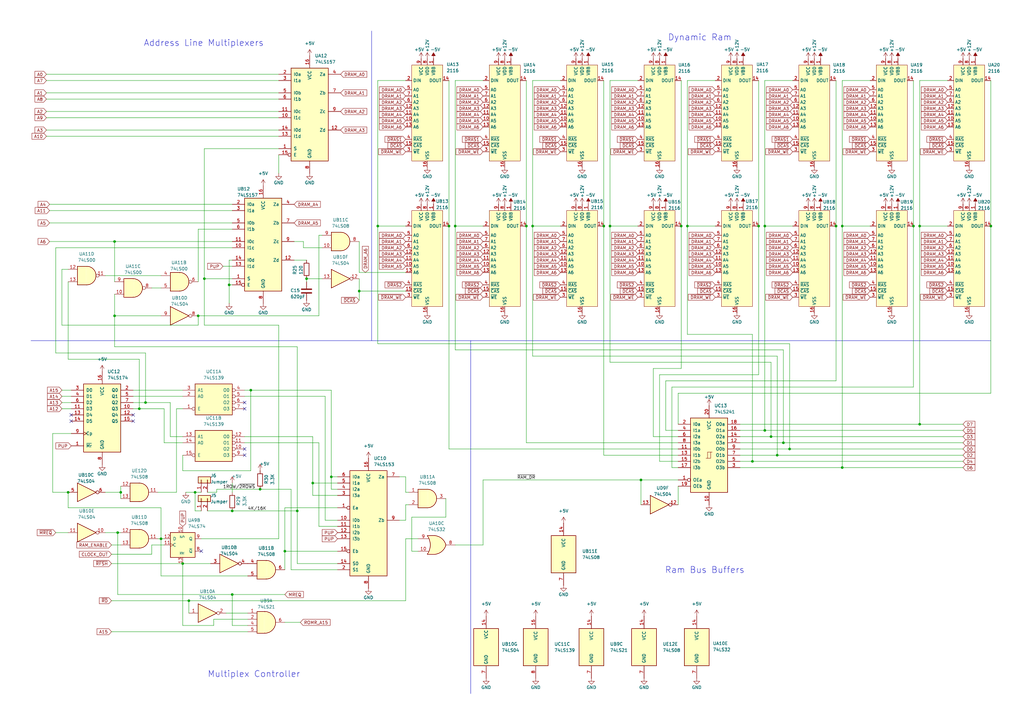
<source format=kicad_sch>
(kicad_sch (version 20250114) (generator "eeschema") (generator_version "9.0")
  (paper "A3")
  (text "Ram Bus Buffers" (at 289.052 233.934 0) (effects (font (size 2.54 2.54))))
  (text "Multiplex Controller" (at 104.14 276.606 0) (effects (font (size 2.54 2.54))))
  (text "Address Line Multiplexers" (at 83.566 17.78 0) (effects (font (size 2.54 2.54))))
  (text "Dynamic Ram" (at 287.02 15.494 0) (effects (font (size 2.54 2.54))))
  (junction (at 313.69 176.53))
  (junction (at 95.25 209.55))
  (junction (at 308.61 189.23))
  (junction (at 279.4 92.71))
  (junction (at 250.19 92.71))
  (junction (at 345.44 191.77))
  (junction (at 215.9 92.71))
  (junction (at 77.47 246.38))
  (junction (at 184.15 92.71))
  (junction (at 374.65 92.71))
  (junction (at 81.28 129.54))
  (junction (at 125.73 114.3))
  (junction (at 135.89 195.58))
  (junction (at 316.23 179.07))
  (junction (at 48.26 218.44))
  (junction (at 59.69 165.1))
  (junction (at 147.32 119.38))
  (junction (at 321.31 181.61))
  (junction (at 57.15 167.64))
  (junction (at 406.4 92.71))
  (junction (at 313.69 92.71))
  (junction (at 377.19 92.71))
  (junction (at 345.44 92.71))
  (junction (at 106.68 200.66))
  (junction (at 311.15 92.71))
  (junction (at 46.99 129.54))
  (junction (at 128.27 198.12))
  (junction (at 74.93 231.14))
  (junction (at 80.01 201.93))
  (junction (at 186.69 92.71))
  (junction (at 121.92 209.55))
  (junction (at 95.25 243.84))
  (junction (at 154.94 92.71))
  (junction (at 46.99 99.06))
  (junction (at 377.19 173.99))
  (junction (at 93.98 116.84))
  (junction (at 66.04 220.98))
  (junction (at 83.82 114.3))
  (junction (at 218.44 92.71))
  (junction (at 342.9 92.71))
  (junction (at 318.77 186.69))
  (junction (at 27.94 201.93))
  (junction (at 323.85 184.15))
  (junction (at 262.89 196.85))
  (junction (at 102.87 160.02))
  (junction (at 281.94 92.71))
  (junction (at 116.84 226.06))
  (junction (at 247.65 92.71))
  (junction (at 49.53 201.93))
  (no_connect (at 29.21 170.18))
  (no_connect (at 100.33 184.15))
  (no_connect (at 100.33 165.1))
  (no_connect (at 100.33 167.64))
  (no_connect (at 54.61 172.72))
  (no_connect (at 29.21 172.72))
  (no_connect (at 100.33 186.69))
  (no_connect (at 54.61 170.18))
  (no_connect (at 82.55 226.06))
  (wire (pts (xy 116.84 233.68) (xy 116.84 226.06)))
  (wire (pts (xy 138.43 233.68) (xy 119.38 233.68)))
  (wire (pts (xy 275.59 158.75) (xy 374.65 158.75)))
  (wire (pts (xy 377.19 92.71) (xy 388.62 92.71)))
  (wire (pts (xy 20.32 83.82) (xy 95.25 83.82)))
  (wire (pts (xy 57.15 147.32) (xy 57.15 167.64)))
  (wire (pts (xy 22.86 144.78) (xy 59.69 144.78)))
  (wire (pts (xy 303.53 189.23) (xy 308.61 189.23)))
  (wire (pts (xy 22.86 101.6) (xy 22.86 144.78)))
  (wire (pts (xy 66.04 208.28) (xy 27.94 208.28)))
  (wire (pts (xy 313.69 33.02) (xy 313.69 92.71)))
  (wire (pts (xy 281.94 33.02) (xy 281.94 92.71)))
  (wire (pts (xy 93.98 116.84) (xy 95.25 116.84)))
  (wire (pts (xy 147.32 99.06) (xy 147.32 111.76)))
  (wire (pts (xy 388.62 33.02) (xy 377.19 33.02)))
  (wire (pts (xy 325.12 33.02) (xy 313.69 33.02)))
  (wire (pts (xy 377.19 33.02) (xy 377.19 92.71)))
  (wire (pts (xy 106.68 200.66) (xy 88.9 200.66)))
  (wire (pts (xy 130.81 96.52) (xy 130.81 129.54)))
  (wire (pts (xy 278.13 189.23) (xy 270.51 189.23)))
  (wire (pts (xy 74.93 231.14) (xy 86.36 231.14)))
  (wire (pts (xy 25.4 167.64) (xy 29.21 167.64)))
  (wire (pts (xy 27.94 147.32) (xy 57.15 147.32)))
  (wire (pts (xy 101.6 254) (xy 87.63 254)))
  (wire (pts (xy 278.13 186.69) (xy 247.65 186.69)))
  (wire (pts (xy 87.63 254) (xy 87.63 256.54)))
  (wire (pts (xy 218.44 92.71) (xy 229.87 92.71)))
  (wire (pts (xy 19.05 40.64) (xy 114.3 40.64)))
  (wire (pts (xy 25.4 165.1) (xy 29.21 165.1)))
  (wire (pts (xy 318.77 146.05) (xy 218.44 146.05)))
  (wire (pts (xy 270.51 189.23) (xy 270.51 153.67)))
  (wire (pts (xy 281.94 92.71) (xy 293.37 92.71)))
  (wire (pts (xy 186.69 33.02) (xy 186.69 92.71)))
  (wire (pts (xy 262.89 196.85) (xy 262.89 207.01)))
  (wire (pts (xy 147.32 119.38) (xy 147.32 123.19)))
  (wire (pts (xy 198.12 196.85) (xy 262.89 196.85)))
  (wire (pts (xy 279.4 33.02) (xy 279.4 92.71)))
  (wire (pts (xy 20.32 99.06) (xy 46.99 99.06)))
  (wire (pts (xy 323.85 184.15) (xy 323.85 140.97)))
  (wire (pts (xy 308.61 137.16) (xy 281.94 137.16)))
  (wire (pts (xy 80.01 201.93) (xy 82.55 201.93)))
  (wire (pts (xy 124.46 99.06) (xy 124.46 101.6)))
  (wire (pts (xy 311.15 33.02) (xy 311.15 92.71)))
  (wire (pts (xy 66.04 220.98) (xy 66.04 208.28)))
  (wire (pts (xy 72.39 201.93) (xy 72.39 167.64)))
  (wire (pts (xy 273.05 176.53) (xy 273.05 156.21)))
  (wire (pts (xy 102.87 193.04) (xy 102.87 160.02)))
  (wire (pts (xy 100.33 179.07) (xy 128.27 179.07)))
  (wire (pts (xy 261.62 33.02) (xy 250.19 33.02)))
  (wire (pts (xy 19.05 38.1) (xy 114.3 38.1)))
  (wire (pts (xy 83.82 133.35) (xy 83.82 114.3)))
  (wire (pts (xy 215.9 181.61) (xy 215.9 92.71)))
  (wire (pts (xy 101.6 256.54) (xy 95.25 256.54)))
  (wire (pts (xy 308.61 189.23) (xy 394.97 189.23)))
  (wire (pts (xy 19.05 55.88) (xy 114.3 55.88)))
  (wire (pts (xy 45.72 246.38) (xy 77.47 246.38)))
  (wire (pts (xy 345.44 191.77) (xy 394.97 191.77)))
  (wire (pts (xy 168.91 226.06) (xy 168.91 212.09)))
  (wire (pts (xy 101.6 236.22) (xy 66.04 236.22)))
  (wire (pts (xy 318.77 186.69) (xy 318.77 146.05)))
  (wire (pts (xy 62.23 223.52) (xy 67.31 223.52)))
  (wire (pts (xy 318.77 186.69) (xy 394.97 186.69)))
  (wire (pts (xy 19.05 48.26) (xy 114.3 48.26)))
  (wire (pts (xy 21.59 177.8) (xy 21.59 201.93)))
  (wire (pts (xy 130.81 181.61) (xy 130.81 215.9)))
  (wire (pts (xy 377.19 173.99) (xy 394.97 173.99)))
  (wire (pts (xy 91.44 109.22) (xy 95.25 109.22)))
  (wire (pts (xy 81.28 133.35) (xy 81.28 129.54)))
  (wire (pts (xy 278.13 199.39) (xy 278.13 207.01)))
  (wire (pts (xy 76.2 201.93) (xy 80.01 201.93)))
  (wire (pts (xy 321.31 181.61) (xy 394.97 181.61)))
  (wire (pts (xy 342.9 33.02) (xy 342.9 92.71)))
  (wire (pts (xy 49.53 201.93) (xy 43.18 201.93)))
  (wire (pts (xy 278.13 191.77) (xy 275.59 191.77)))
  (wire (pts (xy 43.18 113.03) (xy 66.04 113.03)))
  (wire (pts (xy 147.32 111.76) (xy 166.37 111.76)))
  (wire (pts (xy 247.65 33.02) (xy 247.65 92.71)))
  (wire (pts (xy 54.61 160.02) (xy 74.93 160.02)))
  (wire (pts (xy 130.81 129.54) (xy 81.28 129.54)))
  (wire (pts (xy 250.19 33.02) (xy 250.19 92.71)))
  (wire (pts (xy 138.43 203.2) (xy 128.27 203.2)))
  (wire (pts (xy 81.28 115.57) (xy 81.28 93.98)))
  (wire (pts (xy 49.53 199.39) (xy 49.53 201.93)))
  (wire (pts (xy 303.53 181.61) (xy 321.31 181.61)))
  (wire (pts (xy 25.4 160.02) (xy 29.21 160.02)))
  (wire (pts (xy 198.12 33.02) (xy 186.69 33.02)))
  (wire (pts (xy 116.84 226.06) (xy 116.84 208.28)))
  (wire (pts (xy 406.4 33.02) (xy 406.4 92.71)))
  (wire (pts (xy 186.69 143.51) (xy 186.69 92.71)))
  (wire (pts (xy 45.72 231.14) (xy 74.93 231.14)))
  (wire (pts (xy 163.83 213.36) (xy 166.37 213.36)))
  (wire (pts (xy 95.25 106.68) (xy 93.98 106.68)))
  (wire (pts (xy 22.86 218.44) (xy 27.94 218.44)))
  (wire (pts (xy 128.27 203.2) (xy 128.27 198.12)))
  (wire (pts (xy 163.83 195.58) (xy 166.37 195.58)))
  (wire (pts (xy 62.23 118.11) (xy 66.04 118.11)))
  (wire (pts (xy 74.93 193.04) (xy 102.87 193.04)))
  (wire (pts (xy 278.13 181.61) (xy 215.9 181.61)))
  (wire (pts (xy 119.38 200.66) (xy 106.68 200.66)))
  (wire (pts (xy 323.85 140.97) (xy 154.94 140.97)))
  (wire (pts (xy 83.82 133.35) (xy 114.3 133.35)))
  (wire (pts (xy 278.13 173.99) (xy 278.13 161.29)))
  (wire (pts (xy 20.32 86.36) (xy 95.25 86.36)))
  (wire (pts (xy 147.32 119.38) (xy 166.37 119.38)))
  (wire (pts (xy 218.44 146.05) (xy 218.44 92.71)))
  (wire (pts (xy 166.37 195.58) (xy 166.37 201.93)))
  (wire (pts (xy 57.15 167.64) (xy 67.31 167.64)))
  (wire (pts (xy 166.37 213.36) (xy 166.37 207.01)))
  (wire (pts (xy 66.04 236.22) (xy 66.04 220.98)))
  (wire (pts (xy 100.33 162.56) (xy 133.35 162.56)))
  (wire (pts (xy 138.43 231.14) (xy 121.92 231.14)))
  (wire (pts (xy 313.69 176.53) (xy 394.97 176.53)))
  (wire (pts (xy 95.25 101.6) (xy 22.86 101.6)))
  (wire (pts (xy 275.59 191.77) (xy 275.59 158.75)))
  (wire (pts (xy 133.35 162.56) (xy 133.35 213.36)))
  (wire (pts (xy 313.69 92.71) (xy 325.12 92.71)))
  (wire (pts (xy 85.09 209.55) (xy 95.25 209.55)))
  (wire (pts (xy 147.32 114.3) (xy 147.32 119.38)))
  (wire (pts (xy 184.15 33.02) (xy 184.15 92.71)))
  (wire (pts (xy 45.72 259.08) (xy 101.6 259.08)))
  (wire (pts (xy 120.65 106.68) (xy 125.73 106.68)))
  (wire (pts (xy 83.82 60.96) (xy 83.82 114.3)))
  (wire (pts (xy 29.21 177.8) (xy 21.59 177.8)))
  (wire (pts (xy 132.08 96.52) (xy 130.81 96.52)))
  (wire (pts (xy 130.81 215.9) (xy 138.43 215.9)))
  (wire (pts (xy 406.4 161.29) (xy 406.4 92.71)))
  (wire (pts (xy 25.4 133.35) (xy 81.28 133.35)))
  (wire (pts (xy 100.33 181.61) (xy 130.81 181.61)))
  (wire (pts (xy 345.44 33.02) (xy 345.44 92.71)))
  (wire (pts (xy 267.97 151.13) (xy 279.4 151.13)))
  (wire (pts (xy 303.53 191.77) (xy 345.44 191.77)))
  (wire (pts (xy 45.72 223.52) (xy 49.53 223.52)))
  (wire (pts (xy 154.94 140.97) (xy 154.94 92.71)))
  (wire (pts (xy 128.27 179.07) (xy 128.27 198.12)))
  (wire (pts (xy 59.69 144.78) (xy 59.69 165.1)))
  (polyline (pts (xy 152.4 12.7) (xy 152.4 139.7)))
  (wire (pts (xy 166.37 207.01) (xy 167.64 207.01)))
  (wire (pts (xy 20.32 91.44) (xy 95.25 91.44)))
  (wire (pts (xy 278.13 176.53) (xy 273.05 176.53)))
  (wire (pts (xy 95.25 198.12) (xy 95.25 201.93)))
  (wire (pts (xy 93.98 124.46) (xy 93.98 116.84)))
  (wire (pts (xy 82.55 209.55) (xy 80.01 209.55)))
  (wire (pts (xy 27.94 115.57) (xy 27.94 147.32)))
  (wire (pts (xy 279.4 151.13) (xy 279.4 92.71)))
  (wire (pts (xy 54.61 162.56) (xy 74.93 162.56)))
  (wire (pts (xy 87.63 256.54) (xy 74.93 256.54)))
  (wire (pts (xy 66.04 220.98) (xy 67.31 220.98)))
  (wire (pts (xy 19.05 30.48) (xy 114.3 30.48)))
  (wire (pts (xy 316.23 148.59) (xy 250.19 148.59)))
  (wire (pts (xy 278.13 196.85) (xy 262.89 196.85)))
  (wire (pts (xy 229.87 33.02) (xy 218.44 33.02)))
  (wire (pts (xy 72.39 167.64) (xy 74.93 167.64)))
  (wire (pts (xy 218.44 33.02) (xy 218.44 92.71)))
  (wire (pts (xy 74.93 256.54) (xy 74.93 231.14)))
  (wire (pts (xy 116.84 255.27) (xy 123.19 255.27)))
  (wire (pts (xy 48.26 218.44) (xy 49.53 218.44)))
  (wire (pts (xy 133.35 213.36) (xy 138.43 213.36)))
  (wire (pts (xy 46.99 142.24) (xy 46.99 129.54)))
  (wire (pts (xy 154.94 92.71) (xy 166.37 92.71)))
  (wire (pts (xy 116.84 208.28) (xy 138.43 208.28)))
  (wire (pts (xy 321.31 143.51) (xy 186.69 143.51)))
  (wire (pts (xy 121.92 142.24) (xy 46.99 142.24)))
  (wire (pts (xy 19.05 53.34) (xy 114.3 53.34)))
  (wire (pts (xy 66.04 129.54) (xy 46.99 129.54)))
  (wire (pts (xy 166.37 33.02) (xy 154.94 33.02)))
  (wire (pts (xy 27.94 208.28) (xy 27.94 201.93)))
  (wire (pts (xy 114.3 220.98) (xy 114.3 133.35)))
  (wire (pts (xy 186.69 223.52) (xy 198.12 223.52)))
  (wire (pts (xy 54.61 167.64) (xy 57.15 167.64)))
  (wire (pts (xy 25.4 110.49) (xy 25.4 133.35)))
  (wire (pts (xy 120.65 99.06) (xy 124.46 99.06)))
  (wire (pts (xy 345.44 92.71) (xy 356.87 92.71)))
  (wire (pts (xy 303.53 176.53) (xy 313.69 176.53)))
  (wire (pts (xy 46.99 99.06) (xy 46.99 115.57)))
  (wire (pts (xy 377.19 173.99) (xy 377.19 92.71)))
  (wire (pts (xy 281.94 137.16) (xy 281.94 92.71)))
  (wire (pts (xy 45.72 227.33) (xy 62.23 227.33)))
  (wire (pts (xy 278.13 184.15) (xy 184.15 184.15)))
  (polyline (pts (xy 193.04 139.7) (xy 193.04 284.48)))
  (wire (pts (xy 92.71 251.46) (xy 101.6 251.46)))
  (wire (pts (xy 102.87 160.02) (xy 135.89 160.02)))
  (wire (pts (xy 64.77 201.93) (xy 72.39 201.93)))
  (wire (pts (xy 102.87 160.02) (xy 100.33 160.02)))
  (wire (pts (xy 250.19 148.59) (xy 250.19 92.71)))
  (wire (pts (xy 46.99 129.54) (xy 46.99 120.65)))
  (wire (pts (xy 166.37 220.98) (xy 166.37 246.38)))
  (wire (pts (xy 313.69 176.53) (xy 313.69 92.71)))
  (wire (pts (xy 198.12 223.52) (xy 198.12 196.85)))
  (wire (pts (xy 345.44 191.77) (xy 345.44 92.71)))
  (wire (pts (xy 135.89 195.58) (xy 135.89 200.66)))
  (wire (pts (xy 121.92 209.55) (xy 121.92 142.24)))
  (wire (pts (xy 69.85 165.1) (xy 69.85 179.07)))
  (wire (pts (xy 119.38 233.68) (xy 119.38 200.66)))
  (wire (pts (xy 186.69 92.71) (xy 198.12 92.71)))
  (wire (pts (xy 316.23 179.07) (xy 316.23 148.59)))
  (wire (pts (xy 114.3 71.12) (xy 114.3 63.5)))
  (wire (pts (xy 374.65 33.02) (xy 374.65 92.71)))
  (wire (pts (xy 374.65 158.75) (xy 374.65 92.71)))
  (wire (pts (xy 311.15 153.67) (xy 311.15 92.71)))
  (wire (pts (xy 19.05 45.72) (xy 114.3 45.72)))
  (wire (pts (xy 250.19 92.71) (xy 261.62 92.71)))
  (wire (pts (xy 166.37 201.93) (xy 167.64 201.93)))
  (wire (pts (xy 128.27 198.12) (xy 138.43 198.12)))
  (wire (pts (xy 278.13 179.07) (xy 267.97 179.07)))
  (wire (pts (xy 303.53 179.07) (xy 316.23 179.07)))
  (wire (pts (xy 74.93 186.69) (xy 74.93 193.04)))
  (wire (pts (xy 215.9 33.02) (xy 215.9 92.71)))
  (wire (pts (xy 171.45 226.06) (xy 168.91 226.06)))
  (wire (pts (xy 54.61 165.1) (xy 59.69 165.1)))
  (wire (pts (xy 135.89 195.58) (xy 138.43 195.58)))
  (wire (pts (xy 303.53 186.69) (xy 318.77 186.69)))
  (wire (pts (xy 121.92 209.55) (xy 95.25 209.55)))
  (wire (pts (xy 80.01 201.93) (xy 80.01 209.55)))
  (wire (pts (xy 93.98 106.68) (xy 93.98 116.84)))
  (wire (pts (xy 82.55 220.98) (xy 114.3 220.98)))
  (polyline (pts (xy 12.7 139.7) (xy 406.4 139.7)))
  (wire (pts (xy 21.59 201.93) (xy 27.94 201.93)))
  (wire (pts (xy 184.15 184.15) (xy 184.15 92.71)))
  (wire (pts (xy 25.4 162.56) (xy 29.21 162.56)))
  (wire (pts (xy 59.69 165.1) (xy 69.85 165.1)))
  (wire (pts (xy 166.37 246.38) (xy 77.47 246.38)))
  (wire (pts (xy 88.9 200.66) (xy 88.9 201.93)))
  (wire (pts (xy 168.91 212.09) (xy 182.88 212.09)))
  (wire (pts (xy 67.31 181.61) (xy 74.93 181.61)))
  (wire (pts (xy 270.51 153.67) (xy 311.15 153.67)))
  (wire (pts (xy 95.25 243.84) (xy 116.84 243.84)))
  (wire (pts (xy 116.84 226.06) (xy 138.43 226.06)))
  (wire (pts (xy 64.77 220.98) (xy 66.04 220.98)))
  (wire (pts (xy 267.97 179.07) (xy 267.97 151.13)))
  (wire (pts (xy 125.73 114.3) (xy 125.73 115.57)))
  (wire (pts (xy 356.87 33.02) (xy 345.44 33.02)))
  (wire (pts (xy 48.26 243.84) (xy 48.26 218.44)))
  (wire (pts (xy 49.53 201.93) (xy 49.53 204.47)))
  (wire (pts (xy 303.53 173.99) (xy 377.19 173.99)))
  (wire (pts (xy 321.31 181.61) (xy 321.31 143.51)))
  (wire (pts (xy 83.82 114.3) (xy 95.25 114.3)))
  (wire (pts (xy 303.53 184.15) (xy 323.85 184.15)))
  (wire (pts (xy 342.9 156.21) (xy 342.9 92.71)))
  (wire (pts (xy 124.46 101.6) (xy 132.08 101.6)))
  (wire (pts (xy 69.85 179.07) (xy 74.93 179.07)))
  (wire (pts (xy 135.89 160.02) (xy 135.89 195.58)))
  (wire (pts (xy 247.65 186.69) (xy 247.65 92.71)))
  (wire (pts (xy 323.85 184.15) (xy 394.97 184.15)))
  (wire (pts (xy 46.99 99.06) (xy 95.25 99.06)))
  (wire (pts (xy 121.92 231.14) (xy 121.92 209.55)))
  (wire (pts (xy 182.88 212.09) (xy 182.88 204.47)))
  (wire (pts (xy 27.94 110.49) (xy 25.4 110.49)))
  (wire (pts (xy 77.47 246.38) (xy 77.47 251.46)))
  (wire (pts (xy 316.23 179.07) (xy 394.97 179.07)))
  (wire (pts (xy 135.89 200.66) (xy 138.43 200.66)))
  (wire (pts (xy 278.13 161.29) (xy 406.4 161.29)))
  (wire (pts (xy 171.45 220.98) (xy 166.37 220.98)))
  (wire (pts (xy 114.3 60.96) (xy 83.82 60.96)))
  (wire (pts (xy 273.05 156.21) (xy 342.9 156.21)))
  (wire (pts (xy 88.9 201.93) (xy 85.09 201.93)))
  (wire (pts (xy 154.94 33.02) (xy 154.94 92.71)))
  (wire (pts (xy 293.37 33.02) (xy 281.94 33.02)))
  (wire (pts (xy 81.28 93.98) (xy 95.25 93.98)))
  (wire (pts (xy 125.73 114.3) (xy 132.08 114.3)))
  (wire (pts (xy 95.25 256.54) (xy 95.25 243.84)))
  (wire (pts (xy 19.05 33.02) (xy 114.3 33.02)))
  (wire (pts (xy 43.18 218.44) (xy 48.26 218.44)))
  (wire (pts (xy 67.31 167.64) (xy 67.31 181.61)))
  (wire (pts (xy 95.25 243.84) (xy 48.26 243.84)))
  (wire (pts (xy 308.61 189.23) (xy 308.61 137.16)))
  (wire (pts (xy 62.23 227.33) (xy 62.23 223.52)))
  (label "1ROW{slash}~{2ROWS}" (at 91.44 200.66 0))
  (label "4K{slash}16K" (at 101.6 209.55 0))
  (label "~{RAM_DR}" (at 212.09 196.85 0))
  (global_label "DRAM_A6" (shape input) (at 293.37 111.76 180) (property "Intersheetrefs" "${INTERSHEET_REFS}" (effects (hide yes))))
  (global_label "~{DRAM_WE}" (shape input) (at 388.62 62.23 180) (property "Intersheetrefs" "${INTERSHEET_REFS}" (effects (hide yes))))
  (global_label "MREQ" (shape input) (at 116.84 243.84 0) (property "Intersheetrefs" "${INTERSHEET_REFS}" (effects (hide yes))))
  (global_label "DRAM_A4" (shape input) (at 356.87 106.68 180) (property "Intersheetrefs" "${INTERSHEET_REFS}" (effects (hide yes))))
  (global_label "DRAM_A2" (shape input) (at 261.62 101.6 180) (property "Intersheetrefs" "${INTERSHEET_REFS}" (effects (hide yes))))
  (global_label "~{DCAS}" (shape input) (at 325.12 119.38 180) (property "Intersheetrefs" "${INTERSHEET_REFS}" (effects (hide yes))))
  (global_label "~{RFSH}" (shape input) (at 45.72 231.14 180) (property "Intersheetrefs" "${INTERSHEET_REFS}" (effects (hide yes))))
  (global_label "DRAM_A6" (shape input) (at 166.37 52.07 180) (property "Intersheetrefs" "${INTERSHEET_REFS}" (effects (hide yes))))
  (global_label "~{DCAS}" (shape input) (at 229.87 59.69 180) (property "Intersheetrefs" "${INTERSHEET_REFS}" (effects (hide yes))))
  (global_label "~{DRAM_WE}" (shape input) (at 325.12 121.92 180) (property "Intersheetrefs" "${INTERSHEET_REFS}" (effects (hide yes))))
  (global_label "D0" (shape input) (at 394.97 184.15 0) (property "Intersheetrefs" "${INTERSHEET_REFS}" (effects (hide yes))))
  (global_label "~{DRAS1}" (shape input) (at 229.87 57.15 180) (property "Intersheetrefs" "${INTERSHEET_REFS}" (effects (hide yes))))
  (global_label "DRAM_A6" (shape input) (at 261.62 111.76 180) (property "Intersheetrefs" "${INTERSHEET_REFS}" (effects (hide yes))))
  (global_label "DRAM_A2" (shape input) (at 388.62 101.6 180) (property "Intersheetrefs" "${INTERSHEET_REFS}" (effects (hide yes))))
  (global_label "DRAM_A2" (shape input) (at 293.37 41.91 180) (property "Intersheetrefs" "${INTERSHEET_REFS}" (effects (hide yes))))
  (global_label "~{DRAM_WE}" (shape input) (at 198.12 121.92 180) (property "Intersheetrefs" "${INTERSHEET_REFS}" (effects (hide yes))))
  (global_label "DRAM_A0" (shape input) (at 356.87 36.83 180) (property "Intersheetrefs" "${INTERSHEET_REFS}" (effects (hide yes))))
  (global_label "DRAM_A1" (shape input) (at 198.12 99.06 180) (property "Intersheetrefs" "${INTERSHEET_REFS}" (effects (hide yes))))
  (global_label "~{DCAS}" (shape input) (at 166.37 59.69 180) (property "Intersheetrefs" "${INTERSHEET_REFS}" (effects (hide yes))))
  (global_label "DRAM_A4" (shape input) (at 388.62 106.68 180) (property "Intersheetrefs" "${INTERSHEET_REFS}" (effects (hide yes))))
  (global_label "~{DRAS2}" (shape input) (at 261.62 116.84 180) (property "Intersheetrefs" "${INTERSHEET_REFS}" (effects (hide yes))))
  (global_label "DRAM_A0" (shape input) (at 139.7 30.48 0) (property "Intersheetrefs" "${INTERSHEET_REFS}" (effects (hide yes))))
  (global_label "DRAM_A1" (shape input) (at 325.12 99.06 180) (property "Intersheetrefs" "${INTERSHEET_REFS}" (effects (hide yes))))
  (global_label "~{DRAM_WE}" (shape input) (at 261.62 121.92 180) (property "Intersheetrefs" "${INTERSHEET_REFS}" (effects (hide yes))))
  (global_label "A0" (shape input) (at 19.05 30.48 180) (property "Intersheetrefs" "${INTERSHEET_REFS}" (effects (hide yes))))
  (global_label "~{MREQ}" (shape input) (at 22.86 218.44 180) (property "Intersheetrefs" "${INTERSHEET_REFS}" (effects (hide yes))))
  (global_label "~{DRAM_WE}" (shape input) (at 293.37 121.92 180) (property "Intersheetrefs" "${INTERSHEET_REFS}" (effects (hide yes))))
  (global_label "DRAM_A3" (shape input) (at 293.37 104.14 180) (property "Intersheetrefs" "${INTERSHEET_REFS}" (effects (hide yes))))
  (global_label "DRAM_A3" (shape input) (at 261.62 104.14 180) (property "Intersheetrefs" "${INTERSHEET_REFS}" (effects (hide yes))))
  (global_label "DRAM_A3" (shape input) (at 325.12 44.45 180) (property "Intersheetrefs" "${INTERSHEET_REFS}" (effects (hide yes))))
  (global_label "DRAM_A6" (shape input) (at 149.86 111.76 90) (property "Intersheetrefs" "${INTERSHEET_REFS}" (effects (hide yes))))
  (global_label "DRAM_A0" (shape input) (at 325.12 36.83 180) (property "Intersheetrefs" "${INTERSHEET_REFS}" (effects (hide yes))))
  (global_label "DRAM_A4" (shape input) (at 261.62 106.68 180) (property "Intersheetrefs" "${INTERSHEET_REFS}" (effects (hide yes))))
  (global_label "DRAM_A0" (shape input) (at 293.37 96.52 180) (property "Intersheetrefs" "${INTERSHEET_REFS}" (effects (hide yes))))
  (global_label "A4" (shape input) (at 20.32 83.82 180) (property "Intersheetrefs" "${INTERSHEET_REFS}" (effects (hide yes))))
  (global_label "~{DCAS}" (shape input) (at 261.62 59.69 180) (property "Intersheetrefs" "${INTERSHEET_REFS}" (effects (hide yes))))
  (global_label "DRAM_A3" (shape input) (at 356.87 104.14 180) (property "Intersheetrefs" "${INTERSHEET_REFS}" (effects (hide yes))))
  (global_label "~{DRAM_WE}" (shape input) (at 356.87 62.23 180) (property "Intersheetrefs" "${INTERSHEET_REFS}" (effects (hide yes))))
  (global_label "PUP" (shape input) (at 138.43 218.44 180) (property "Intersheetrefs" "${INTERSHEET_REFS}" (effects (hide yes))))
  (global_label "DRAM_A4" (shape input) (at 388.62 46.99 180) (property "Intersheetrefs" "${INTERSHEET_REFS}" (effects (hide yes))))
  (global_label "DRAM_A3" (shape input) (at 388.62 104.14 180) (property "Intersheetrefs" "${INTERSHEET_REFS}" (effects (hide yes))))
  (global_label "DRAM_A5" (shape input) (at 293.37 109.22 180) (property "Intersheetrefs" "${INTERSHEET_REFS}" (effects (hide yes))))
  (global_label "DRAM_A1" (shape input) (at 229.87 99.06 180) (property "Intersheetrefs" "${INTERSHEET_REFS}" (effects (hide yes))))
  (global_label "A15" (shape input) (at 25.4 160.02 180) (property "Intersheetrefs" "${INTERSHEET_REFS}" (effects (hide yes))))
  (global_label "~{DCAS}" (shape input) (at 388.62 119.38 180) (property "Intersheetrefs" "${INTERSHEET_REFS}" (effects (hide yes))))
  (global_label "~{DRAM_WE}" (shape input) (at 388.62 121.92 180) (property "Intersheetrefs" "${INTERSHEET_REFS}" (effects (hide yes))))
  (global_label "DRAM_A0" (shape input) (at 261.62 36.83 180) (property "Intersheetrefs" "${INTERSHEET_REFS}" (effects (hide yes))))
  (global_label "DRAM_A4" (shape input) (at 293.37 46.99 180) (property "Intersheetrefs" "${INTERSHEET_REFS}" (effects (hide yes))))
  (global_label "CLOCK_OUT" (shape input) (at 45.72 227.33 180) (property "Intersheetrefs" "${INTERSHEET_REFS}" (effects (hide yes))))
  (global_label "~{DRAM_WE}" (shape input) (at 198.12 62.23 180) (property "Intersheetrefs" "${INTERSHEET_REFS}" (effects (hide yes))))
  (global_label "DRAM_A5" (shape input) (at 261.62 49.53 180) (property "Intersheetrefs" "${INTERSHEET_REFS}" (effects (hide yes))))
  (global_label "DRAM_A0" (shape input) (at 261.62 96.52 180) (property "Intersheetrefs" "${INTERSHEET_REFS}" (effects (hide yes))))
  (global_label "D3" (shape input) (at 394.97 179.07 0) (property "Intersheetrefs" "${INTERSHEET_REFS}" (effects (hide yes))))
  (global_label "D6" (shape input) (at 394.97 191.77 0) (property "Intersheetrefs" "${INTERSHEET_REFS}" (effects (hide yes))))
  (global_label "DRAM_A3" (shape input) (at 198.12 44.45 180) (property "Intersheetrefs" "${INTERSHEET_REFS}" (effects (hide yes))))
  (global_label "DRAM_A1" (shape input) (at 356.87 39.37 180) (property "Intersheetrefs" "${INTERSHEET_REFS}" (effects (hide yes))))
  (global_label "DRAM_A0" (shape input) (at 325.12 96.52 180) (property "Intersheetrefs" "${INTERSHEET_REFS}" (effects (hide yes))))
  (global_label "PUP" (shape input) (at 74.93 215.9 90) (property "Intersheetrefs" "${INTERSHEET_REFS}" (effects (hide yes))))
  (global_label "DRAM_A2" (shape input) (at 166.37 41.91 180) (property "Intersheetrefs" "${INTERSHEET_REFS}" (effects (hide yes))))
  (global_label "~{DRAM_WE}" (shape input) (at 166.37 121.92 180) (property "Intersheetrefs" "${INTERSHEET_REFS}" (effects (hide yes))))
  (global_label "DRAM_A5" (shape input) (at 229.87 109.22 180) (property "Intersheetrefs" "${INTERSHEET_REFS}" (effects (hide yes))))
  (global_label "~{DCAS}" (shape input) (at 293.37 119.38 180) (property "Intersheetrefs" "${INTERSHEET_REFS}" (effects (hide yes))))
  (global_label "A11" (shape input) (at 20.32 86.36 180) (property "Intersheetrefs" "${INTERSHEET_REFS}" (effects (hide yes))))
  (global_label "DRAM_A3" (shape input) (at 198.12 104.14 180) (property "Intersheetrefs" "${INTERSHEET_REFS}" (effects (hide yes))))
  (global_label "DRAM_A5" (shape input) (at 388.62 49.53 180) (property "Intersheetrefs" "${INTERSHEET_REFS}" (effects (hide yes))))
  (global_label "DRAM_A0" (shape input) (at 356.87 96.52 180) (property "Intersheetrefs" "${INTERSHEET_REFS}" (effects (hide yes))))
  (global_label "~{DCAS}" (shape input) (at 293.37 59.69 180) (property "Intersheetrefs" "${INTERSHEET_REFS}" (effects (hide yes))))
  (global_label "DRAM_A2" (shape input) (at 166.37 101.6 180) (property "Intersheetrefs" "${INTERSHEET_REFS}" (effects (hide yes))))
  (global_label "DRAM_A1" (shape input) (at 166.37 39.37 180) (property "Intersheetrefs" "${INTERSHEET_REFS}" (effects (hide yes))))
  (global_label "DRAM_A6" (shape input) (at 229.87 52.07 180) (property "Intersheetrefs" "${INTERSHEET_REFS}" (effects (hide yes))))
  (global_label "DRAM_A5" (shape input) (at 198.12 109.22 180) (property "Intersheetrefs" "${INTERSHEET_REFS}" (effects (hide yes))))
  (global_label "~{DRAM_WE}" (shape input) (at 261.62 62.23 180) (property "Intersheetrefs" "${INTERSHEET_REFS}" (effects (hide yes))))
  (global_label "~{DRAS1}" (shape input) (at 356.87 57.15 180) (property "Intersheetrefs" "${INTERSHEET_REFS}" (effects (hide yes))))
  (global_label "DRAM_A4" (shape input) (at 293.37 106.68 180) (property "Intersheetrefs" "${INTERSHEET_REFS}" (effects (hide yes))))
  (global_label "DRAM_A4" (shape input) (at 261.62 46.99 180) (property "Intersheetrefs" "${INTERSHEET_REFS}" (effects (hide yes))))
  (global_label "D7" (shape input) (at 394.97 173.99 0) (property "Intersheetrefs" "${INTERSHEET_REFS}" (effects (hide yes))))
  (global_label "DRAM_A2" (shape input) (at 325.12 101.6 180) (property "Intersheetrefs" "${INTERSHEET_REFS}" (effects (hide yes))))
  (global_label "DRAM_A3" (shape input) (at 388.62 44.45 180) (property "Intersheetrefs" "${INTERSHEET_REFS}" (effects (hide yes))))
  (global_label "A9" (shape input) (at 19.05 48.26 180) (property "Intersheetrefs" "${INTERSHEET_REFS}" (effects (hide yes))))
  (global_label "A15" (shape input) (at 45.72 259.08 180) (property "Intersheetrefs" "${INTERSHEET_REFS}" (effects (hide yes))))
  (global_label "~{DRAS2}" (shape input) (at 356.87 116.84 180) (property "Intersheetrefs" "${INTERSHEET_REFS}" (effects (hide yes))))
  (global_label "RAM_ENABLE" (shape input) (at 45.72 223.52 180) (property "Intersheetrefs" "${INTERSHEET_REFS}" (effects (hide yes))))
  (global_label "DRAM_A1" (shape input) (at 166.37 99.06 180) (property "Intersheetrefs" "${INTERSHEET_REFS}" (effects (hide yes))))
  (global_label "DRAM_A5" (shape input) (at 293.37 49.53 180) (property "Intersheetrefs" "${INTERSHEET_REFS}" (effects (hide yes))))
  (global_label "~{DRAM_WE}" (shape input) (at 229.87 121.92 180) (property "Intersheetrefs" "${INTERSHEET_REFS}" (effects (hide yes))))
  (global_label "DRAM_A1" (shape input) (at 388.62 99.06 180) (property "Intersheetrefs" "${INTERSHEET_REFS}" (effects (hide yes))))
  (global_label "DRAM_A2" (shape input) (at 198.12 41.91 180) (property "Intersheetrefs" "${INTERSHEET_REFS}" (effects (hide yes))))
  (global_label "DRAM_A4" (shape input) (at 356.87 46.99 180) (property "Intersheetrefs" "${INTERSHEET_REFS}" (effects (hide yes))))
  (global_label "A13" (shape input) (at 25.4 165.1 180) (property "Intersheetrefs" "${INTERSHEET_REFS}" (effects (hide yes))))
  (global_label "DRAM_A5" (shape input) (at 325.12 49.53 180) (property "Intersheetrefs" "${INTERSHEET_REFS}" (effects (hide yes))))
  (global_label "~{DCAS}" (shape input) (at 147.32 123.19 180) (property "Intersheetrefs" "${INTERSHEET_REFS}" (effects (hide yes))))
  (global_label "DRAM_A0" (shape input) (at 198.12 36.83 180) (property "Intersheetrefs" "${INTERSHEET_REFS}" (effects (hide yes))))
  (global_label "DRAM_A3" (shape input) (at 229.87 44.45 180) (property "Intersheetrefs" "${INTERSHEET_REFS}" (effects (hide yes))))
  (global_label "A12" (shape input) (at 25.4 167.64 180) (property "Intersheetrefs" "${INTERSHEET_REFS}" (effects (hide yes))))
  (global_label "DRAM_A1" (shape input) (at 261.62 39.37 180) (property "Intersheetrefs" "${INTERSHEET_REFS}" (effects (hide yes))))
  (global_label "A2" (shape input) (at 19.05 45.72 180) (property "Intersheetrefs" "${INTERSHEET_REFS}" (effects (hide yes))))
  (global_label "~{DRAS1}" (shape input) (at 388.62 57.15 180) (property "Intersheetrefs" "${INTERSHEET_REFS}" (effects (hide yes))))
  (global_label "DRAM_A4" (shape input) (at 166.37 106.68 180) (property "Intersheetrefs" "${INTERSHEET_REFS}" (effects (hide yes))))
  (global_label "DRAM_A1" (shape input) (at 139.7 38.1 0) (property "Intersheetrefs" "${INTERSHEET_REFS}" (effects (hide yes))))
  (global_label "DRAM_A2" (shape input) (at 198.12 101.6 180) (property "Intersheetrefs" "${INTERSHEET_REFS}" (effects (hide yes))))
  (global_label "DRAM_A0" (shape input) (at 388.62 96.52 180) (property "Intersheetrefs" "${INTERSHEET_REFS}" (effects (hide yes))))
  (global_label "~{DRAM_WE}" (shape input) (at 229.87 62.23 180) (property "Intersheetrefs" "${INTERSHEET_REFS}" (effects (hide yes))))
  (global_label "~{DRAS2}" (shape input) (at 293.37 116.84 180) (property "Intersheetrefs" "${INTERSHEET_REFS}" (effects (hide yes))))
  (global_label "DRAM_A0" (shape input) (at 388.62 36.83 180) (property "Intersheetrefs" "${INTERSHEET_REFS}" (effects (hide yes))))
  (global_label "DRAM_A5" (shape input) (at 120.65 91.44 0) (property "Intersheetrefs" "${INTERSHEET_REFS}" (effects (hide yes))))
  (global_label "DRAM_A4" (shape input) (at 325.12 46.99 180) (property "Intersheetrefs" "${INTERSHEET_REFS}" (effects (hide yes))))
  (global_label "DRAM_A0" (shape input) (at 229.87 96.52 180) (property "Intersheetrefs" "${INTERSHEET_REFS}" (effects (hide yes))))
  (global_label "DRAM_A5" (shape input) (at 356.87 49.53 180) (property "Intersheetrefs" "${INTERSHEET_REFS}" (effects (hide yes))))
  (global_label "DRAM_A6" (shape input) (at 356.87 111.76 180) (property "Intersheetrefs" "${INTERSHEET_REFS}" (effects (hide yes))))
  (global_label "DRAM_A6" (shape input) (at 388.62 52.07 180) (property "Intersheetrefs" "${INTERSHEET_REFS}" (effects (hide yes))))
  (global_label "~{DRAS1}" (shape input) (at 261.62 57.15 180) (property "Intersheetrefs" "${INTERSHEET_REFS}" (effects (hide yes))))
  (global_label "DRAM_A1" (shape input) (at 293.37 39.37 180) (property "Intersheetrefs" "${INTERSHEET_REFS}" (effects (hide yes))))
  (global_label "A14" (shape input) (at 25.4 162.56 180) (property "Intersheetrefs" "${INTERSHEET_REFS}" (effects (hide yes))))
  (global_label "DRAM_A1" (shape input) (at 356.87 99.06 180) (property "Intersheetrefs" "${INTERSHEET_REFS}" (effects (hide yes))))
  (global_label "DRAM_A4" (shape input) (at 120.65 83.82 0) (property "Intersheetrefs" "${INTERSHEET_REFS}" (effects (hide yes))))
  (global_label "DRAM_A0" (shape input) (at 198.12 96.52 180) (property "Intersheetrefs" "${INTERSHEET_REFS}" (effects (hide yes))))
  (global_label "DRAM_A3" (shape input) (at 139.7 53.34 0) (property "Intersheetrefs" "${INTERSHEET_REFS}" (effects (hide yes))))
  (global_label "ROMR_A15" (shape input) (at 123.19 255.27 0) (property "Intersheetrefs" "${INTERSHEET_REFS}" (effects (hide yes))))
  (global_label "DRAM_A3" (shape input) (at 166.37 104.14 180) (property "Intersheetrefs" "${INTERSHEET_REFS}" (effects (hide yes))))
  (global_label "~{DCAS}" (shape input) (at 356.87 59.69 180) (property "Intersheetrefs" "${INTERSHEET_REFS}" (effects (hide yes))))
  (global_label "~{DCAS}" (shape input) (at 198.12 119.38 180) (property "Intersheetrefs" "${INTERSHEET_REFS}" (effects (hide yes))))
  (global_label "DRAM_A6" (shape input) (at 325.12 52.07 180) (property "Intersheetrefs" "${INTERSHEET_REFS}" (effects (hide yes))))
  (global_label "DRAM_A4" (shape input) (at 229.87 46.99 180) (property "Intersheetrefs" "${INTERSHEET_REFS}" (effects (hide yes))))
  (global_label "~{DRAS2}" (shape input) (at 198.12 116.84 180) (property "Intersheetrefs" "${INTERSHEET_REFS}" (effects (hide yes))))
  (global_label "~{DRAS2}" (shape input) (at 166.37 116.84 180) (property "Intersheetrefs" "${INTERSHEET_REFS}" (effects (hide yes))))
  (global_label "DRAM_A1" (shape input) (at 261.62 99.06 180) (property "Intersheetrefs" "${INTERSHEET_REFS}" (effects (hide yes))))
  (global_label "D5" (shape input) (at 394.97 176.53 0) (property "Intersheetrefs" "${INTERSHEET_REFS}" (effects (hide yes))))
  (global_label "DRAM_A3" (shape input) (at 229.87 104.14 180) (property "Intersheetrefs" "${INTERSHEET_REFS}" (effects (hide yes))))
  (global_label "DRAM_A3" (shape input) (at 166.37 44.45 180) (property "Intersheetrefs" "${INTERSHEET_REFS}" (effects (hide yes))))
  (global_label "DRAM_A2" (shape input) (at 139.7 45.72 0) (property "Intersheetrefs" "${INTERSHEET_REFS}" (effects (hide yes))))
  (global_label "DRAM_A2" (shape input) (at 261.62 41.91 180) (property "Intersheetrefs" "${INTERSHEET_REFS}" (effects (hide yes))))
  (global_label "~{DCAS}" (shape input) (at 198.12 59.69 180) (property "Intersheetrefs" "${INTERSHEET_REFS}" (effects (hide yes))))
  (global_label "~{DRAS1}" (shape input) (at 325.12 57.15 180) (property "Intersheetrefs" "${INTERSHEET_REFS}" (effects (hide yes))))
  (global_label "DRAM_A4" (shape input) (at 198.12 46.99 180) (property "Intersheetrefs" "${INTERSHEET_REFS}" (effects (hide yes))))
  (global_label "A7" (shape input) (at 19.05 33.02 180) (property "Intersheetrefs" "${INTERSHEET_REFS}" (effects (hide yes))))
  (global_label "DRAM_A1" (shape input) (at 229.87 39.37 180) (property "Intersheetrefs" "${INTERSHEET_REFS}" (effects (hide yes))))
  (global_label "DRAM_A4" (shape input) (at 198.12 106.68 180) (property "Intersheetrefs" "${INTERSHEET_REFS}" (effects (hide yes))))
  (global_label "~{DCAS}" (shape input) (at 356.87 119.38 180) (property "Intersheetrefs" "${INTERSHEET_REFS}" (effects (hide yes))))
  (global_label "D1" (shape input) (at 394.97 181.61 0) (property "Intersheetrefs" "${INTERSHEET_REFS}" (effects (hide yes))))
  (global_label "A10" (shape input) (at 19.05 55.88 180) (property "Intersheetrefs" "${INTERSHEET_REFS}" (effects (hide yes))))
  (global_label "A3" (shape input) (at 19.05 53.34 180) (property "Intersheetrefs" "${INTERSHEET_REFS}" (effects (hide yes))))
  (global_label "DRAM_A1" (shape input) (at 198.12 39.37 180) (property "Intersheetrefs" "${INTERSHEET_REFS}" (effects (hide yes))))
  (global_label "~{DRAM_WE}" (shape input) (at 325.12 62.23 180) (property "Intersheetrefs" "${INTERSHEET_REFS}" (effects (hide yes))))
  (global_label "DRAM_A6" (shape input) (at 198.12 111.76 180) (property "Intersheetrefs" "${INTERSHEET_REFS}" (effects (hide yes))))
  (global_label "~{DRAS1}" (shape input) (at 166.37 57.15 180) (property "Intersheetrefs" "${INTERSHEET_REFS}" (effects (hide yes))))
  (global_label "~{DCAS}" (shape input) (at 388.62 59.69 180) (property "Intersheetrefs" "${INTERSHEET_REFS}" (effects (hide yes))))
  (global_label "DRAM_A2" (shape input) (at 388.62 41.91 180) (property "Intersheetrefs" "${INTERSHEET_REFS}" (effects (hide yes))))
  (global_label "DRAM_A5" (shape input) (at 388.62 109.22 180) (property "Intersheetrefs" "${INTERSHEET_REFS}" (effects (hide yes))))
  (global_label "DRAM_A6" (shape input) (at 229.87 111.76 180) (property "Intersheetrefs" "${INTERSHEET_REFS}" (effects (hide yes))))
  (global_label "DRAM_A0" (shape input) (at 166.37 96.52 180) (property "Intersheetrefs" "${INTERSHEET_REFS}" (effects (hide yes))))
  (global_label "~{DRAS2}" (shape input) (at 325.12 116.84 180) (property "Intersheetrefs" "${INTERSHEET_REFS}" (effects (hide yes))))
  (global_label "DRAM_A2" (shape input) (at 229.87 41.91 180) (property "Intersheetrefs" "${INTERSHEET_REFS}" (effects (hide yes))))
  (global_label "DRAM_A6" (shape input) (at 356.87 52.07 180) (property "Intersheetrefs" "${INTERSHEET_REFS}" (effects (hide yes))))
  (global_label "~{DCAS}" (shape input) (at 229.87 119.38 180) (property "Intersheetrefs" "${INTERSHEET_REFS}" (effects (hide yes))))
  (global_label "DRAM_A3" (shape input) (at 293.37 44.45 180) (property "Intersheetrefs" "${INTERSHEET_REFS}" (effects (hide yes))))
  (global_label "DRAM_A5" (shape input) (at 229.87 49.53 180) (property "Intersheetrefs" "${INTERSHEET_REFS}" (effects (hide yes))))
  (global_label "~{DRAS1}" (shape input) (at 293.37 57.15 180) (property "Intersheetrefs" "${INTERSHEET_REFS}" (effects (hide yes))))
  (global_label "DRAM_A2" (shape input) (at 325.12 41.91 180) (property "Intersheetrefs" "${INTERSHEET_REFS}" (effects (hide yes))))
  (global_label "DRAM_A4" (shape input) (at 229.87 106.68 180) (property "Intersheetrefs" "${INTERSHEET_REFS}" (effects (hide yes))))
  (global_label "DRAM_A2" (shape input) (at 229.87 101.6 180) (property "Intersheetrefs" "${INTERSHEET_REFS}" (effects (hide yes))))
  (global_label "DRAM_A4" (shape input) (at 166.37 46.99 180) (property "Intersheetrefs" "${INTERSHEET_REFS}" (effects (hide yes))))
  (global_label "A8" (shape input) (at 19.05 40.64 180) (property "Intersheetrefs" "${INTERSHEET_REFS}" (effects (hide yes))))
  (global_label "DRAM_A6" (shape input) (at 198.12 52.07 180) (property "Intersheetrefs" "${INTERSHEET_REFS}" (effects (hide yes))))
  (global_label "DRAM_A0" (shape input) (at 229.87 36.83 180) (property "Intersheetrefs" "${INTERSHEET_REFS}" (effects (hide yes))))
  (global_label "DRAM_A6" (shape input) (at 293.37 52.07 180) (property "Intersheetrefs" "${INTERSHEET_REFS}" (effects (hide yes))))
  (global_label "D2" (shape input) (at 394.97 186.69 0) (property "Intersheetrefs" "${INTERSHEET_REFS}" (effects (hide yes))))
  (global_label "DRAM_A2" (shape input) (at 356.87 41.91 180) (property "Intersheetrefs" "${INTERSHEET_REFS}" (effects (hide yes))))
  (global_label "D4" (shape input) (at 394.97 189.23 0) (property "Intersheetrefs" "${INTERSHEET_REFS}" (effects (hide yes))))
  (global_label "DRAM_A4" (shape input) (at 325.12 106.68 180) (property "Intersheetrefs" "${INTERSHEET_REFS}" (effects (hide yes))))
  (global_label "DRAM_A5" (shape input) (at 166.37 109.22 180) (property "Intersheetrefs" "${INTERSHEET_REFS}" (effects (hide yes))))
  (global_label "~{DCAS}" (shape input) (at 261.62 119.38 180) (property "Intersheetrefs" "${INTERSHEET_REFS}" (effects (hide yes))))
  (global_label "DRAM_A5" (shape input) (at 261.62 109.22 180) (property "Intersheetrefs" "${INTERSHEET_REFS}" (effects (hide yes))))
  (global_label "~{DRAM_WE}" (shape input) (at 293.37 62.23 180) (property "Intersheetrefs" "${INTERSHEET_REFS}" (effects (hide yes))))
  (global_label "~{DRAM_WE}" (shape input) (at 356.87 121.92 180) (property "Intersheetrefs" "${INTERSHEET_REFS}" (effects (hide yes))))
  (global_label "DRAM_A0" (shape input) (at 166.37 36.83 180) (property "Intersheetrefs" "${INTERSHEET_REFS}" (effects (hide yes))))
  (global_label "DRAM_A6" (shape input) (at 261.62 52.07 180) (property "Intersheetrefs" "${INTERSHEET_REFS}" (effects (hide yes))))
  (global_label "DRAM_A5" (shape input) (at 325.12 109.22 180) (property "Intersheetrefs" "${INTERSHEET_REFS}" (effects (hide yes))))
  (global_label "~{DRAS2}" (shape input) (at 388.62 116.84 180) (property "Intersheetrefs" "${INTERSHEET_REFS}" (effects (hide yes))))
  (global_label "PUP" (shape input) (at 29.21 182.88 180) (property "Intersheetrefs" "${INTERSHEET_REFS}" (effects (hide yes))))
  (global_label "~{DRAS2}" (shape input) (at 229.87 116.84 180) (property "Intersheetrefs" "${INTERSHEET_REFS}" (effects (hide yes))))
  (global_label "~{DRAM_WE}" (shape input) (at 166.37 62.23 180) (property "Intersheetrefs" "${INTERSHEET_REFS}" (effects (hide yes))))
  (global_label "DRAM_A2" (shape input) (at 356.87 101.6 180) (property "Intersheetrefs" "${INTERSHEET_REFS}" (effects (hide yes))))
  (global_label "A6" (shape input) (at 20.32 99.06 180) (property "Intersheetrefs" "${INTERSHEET_REFS}" (effects (hide yes))))
  (global_label "A1" (shape input) (at 19.05 38.1 180) (property "Intersheetrefs" "${INTERSHEET_REFS}" (effects (hide yes))))
  (global_label "PUP" (shape input) (at 138.43 220.98 180) (property "Intersheetrefs" "${INTERSHEET_REFS}" (effects (hide yes))))
  (global_label "DRAM_A5" (shape input) (at 166.37 49.53 180) (property "Intersheetrefs" "${INTERSHEET_REFS}" (effects (hide yes))))
  (global_label "DRAM_A5" (shape input) (at 356.87 109.22 180) (property "Intersheetrefs" "${INTERSHEET_REFS}" (effects (hide yes))))
  (global_label "DRAM_A0" (shape input) (at 293.37 36.83 180) (property "Intersheetrefs" "${INTERSHEET_REFS}" (effects (hide yes))))
  (global_label "DRAM_A3" (shape input) (at 356.87 44.45 180) (property "Intersheetrefs" "${INTERSHEET_REFS}" (effects (hide yes))))
  (global_label "~{RD}" (shape input) (at 45.72 246.38 180) (property "Intersheetrefs" "${INTERSHEET_REFS}" (effects (hide yes))))
  (global_label "DRAM_A3" (shape input) (at 325.12 104.14 180) (property "Intersheetrefs" "${INTERSHEET_REFS}" (effects (hide yes))))
  (global_label "DRAM_A1" (shape input) (at 325.12 39.37 180) (property "Intersheetrefs" "${INTERSHEET_REFS}" (effects (hide yes))))
  (global_label "A5" (shape input) (at 20.32 91.44 180) (property "Intersheetrefs" "${INTERSHEET_REFS}" (effects (hide yes))))
  (global_label "DRAM_A6" (shape input) (at 325.12 111.76 180) (property "Intersheetrefs" "${INTERSHEET_REFS}" (effects (hide yes))))
  (global_label "DRAM_A2" (shape input) (at 293.37 101.6 180) (property "Intersheetrefs" "${INTERSHEET_REFS}" (effects (hide yes))))
  (global_label "DRAM_A6" (shape input) (at 388.62 111.76 180) (property "Intersheetrefs" "${INTERSHEET_REFS}" (effects (hide yes))))
  (global_label "DRAM_A1" (shape input) (at 293.37 99.06 180) (property "Intersheetrefs" "${INTERSHEET_REFS}" (effects (hide yes))))
  (global_label "DRAM_A3" (shape input) (at 261.62 44.45 180) (property "Intersheetrefs" "${INTERSHEET_REFS}" (effects (hide yes))))
  (global_label "~{DCAS}" (shape input) (at 325.12 59.69 180) (property "Intersheetrefs" "${INTERSHEET_REFS}" (effects (hide yes))))
  (global_label "DRAM_A5" (shape input) (at 198.12 49.53 180) (property "Intersheetrefs" "${INTERSHEET_REFS}" (effects (hide yes))))
  (global_label "~{DRAS1}" (shape input) (at 198.12 57.15 180) (property "Intersheetrefs" "${INTERSHEET_REFS}" (effects (hide yes))))
  (global_label "PUP" (shape input) (at 91.44 109.22 180) (property "Intersheetrefs" "${INTERSHEET_REFS}" (effects (hide yes))))
  (global_label "DRAM_A1" (shape input) (at 388.62 39.37 180) (property "Intersheetrefs" "${INTERSHEET_REFS}" (effects (hide yes))))
  (symbol (lib_id "power:GND") (at 207.01 128.27 0) (unit 1)
    (property "Reference" "#PWR0161" (effects (hide yes)))
    (property "Value" "GND" (at 207.01 132.08 0))
    (property "Description" "Power symbol creates a global label with name \"GND\" , ground" (effects (hide yes)))
  )
  (symbol (lib_id "power:GND") (at 334.01 68.58 0) (unit 1)
    (property "Reference" "#PWR0190" (effects (hide yes)))
    (property "Value" "GND" (at 334.01 72.39 0))
    (property "Description" "Power symbol creates a global label with name \"GND\" , ground" (effects (hide yes)))
  )
  (symbol (lib_id "power:-5V") (at 177.8 24.13 0) (unit 1)
    (property "Reference" "#PWR0149" (effects (hide yes)))
    (property "Value" "-5V" (at 178.562 20.32 0))
    (property "Description" "Power symbol creates a global label with name \"-5V\"" (effects (hide yes)))
  )
  (symbol (lib_id "TholinsStuff:2116") (at 397.51 21.59 0) (unit 1)
    (property "Reference" "UA20" (at 407.67 26.5998 0))
    (property "Value" "2116" (at 407.67 29.1398 0))
    (property "Footprint" "Package_DIP:DIP-16_W7.62mm" (effects (hide yes)))
    (property "Datasheet" "http://www.kazojc.com/elementy_czynne/IC/2116.pdf" (effects (hide yes)))
    (property "Description" "16Kbit DRAM" (effects (hide yes)))
  )
  (symbol (lib_id "power:GND") (at 290.83 207.01 0) (unit 1)
    (property "Reference" "#PWR0212" (effects (hide yes)))
    (property "Value" "GND" (at 290.83 210.82 0))
    (property "Description" "Power symbol creates a global label with name \"GND\" , ground" (effects (hide yes)))
  )
  (symbol (lib_id "power:+5V") (at 299.72 83.82 0) (unit 1)
    (property "Reference" "#PWR0180" (effects (hide yes)))
    (property "Value" "+5V" (at 298.958 80.01 0))
    (property "Description" "Power symbol creates a global label with name \"+5V\"" (effects (hide yes)))
  )
  (symbol (lib_id "74xx:74LS08") (at 175.26 204.47 0) (unit 1)
    (property "Reference" "UB11" (at 175.2517 195.58 0))
    (property "Value" "74LS08" (at 175.2517 198.12 0))
    (property "Footprint" "Package_DIP:DIP-14_W7.62mm" (effects (hide yes)))
    (property "Datasheet" "http://www.ti.com/lit/gpn/sn74LS08" (effects (hide yes)))
    (property "Description" "Quad And2" (effects (hide yes)))
  )
  (symbol (lib_id "power:GND") (at 270.51 128.27 0) (unit 1)
    (property "Reference" "#PWR0176" (effects (hide yes)))
    (property "Value" "GND" (at 270.51 132.08 0))
    (property "Description" "Power symbol creates a global label with name \"GND\" , ground" (effects (hide yes)))
  )
  (symbol (lib_id "TholinsStuff:2116") (at 175.26 21.59 0) (unit 1)
    (property "Reference" "UA13" (at 185.674 26.416 0))
    (property "Value" "2116" (at 185.674 28.956 0))
    (property "Footprint" "Package_DIP:DIP-16_W7.62mm" (effects (hide yes)))
    (property "Datasheet" "http://www.kazojc.com/elementy_czynne/IC/2116.pdf" (effects (hide yes)))
    (property "Description" "16Kbit DRAM" (effects (hide yes)))
  )
  (symbol (lib_id "power:GND") (at 125.73 123.19 0) (unit 1)
    (property "Reference" "#PWR0131" (effects (hide yes)))
    (property "Value" "GND" (at 125.73 127 0))
    (property "Description" "Power symbol creates a global label with name \"GND\" , ground" (effects (hide yes)))
  )
  (symbol (lib_id "power:-5V") (at 273.05 83.82 0) (unit 1)
    (property "Reference" "#PWR0178" (effects (hide yes)))
    (property "Value" "-5V" (at 273.812 80.01 0))
    (property "Description" "Power symbol creates a global label with name \"-5V\"" (effects (hide yes)))
  )
  (symbol (lib_id "power:+5V") (at 106.68 193.04 0) (unit 1)
    (property "Reference" "#PWR0140" (effects (hide yes)))
    (property "Value" "+5V" (at 108.458 190.246 0))
    (property "Description" "Power symbol creates a global label with name \"+5V\"" (effects (hide yes)))
  )
  (symbol (lib_id "74xx:74LS04") (at 85.09 251.46 0) (unit 1)
    (property "Reference" "UB10" (at 85.09 242.57 0))
    (property "Value" "74LS04" (at 85.09 245.11 0))
    (property "Footprint" "Package_DIP:DIP-14_W7.62mm" (effects (hide yes)))
    (property "Datasheet" "http://www.ti.com/lit/gpn/sn74LS04" (effects (hide yes)))
    (property "Description" "Hex Inverter" (effects (hide yes)))
  )
  (symbol (lib_id "74xx:74LS74") (at 74.93 223.52 0) (unit 2)
    (property "Reference" "UA9" (at 77.0733 213.36 0) (effects (justify left)))
    (property "Value" "74LS74" (at 77.0733 215.9 0) (effects (justify left)))
    (property "Footprint" "Package_DIP:DIP-14_W7.62mm" (effects (hide yes)))
    (property "Datasheet" "74xx/74hc_hct74.pdf" (effects (hide yes)))
    (property "Description" "Dual D Flip-flop, Set & Reset" (effects (hide yes)))
  )
  (symbol (lib_id "power:+12V") (at 207.01 83.82 0) (unit 1)
    (property "Reference" "#PWR0160" (effects (hide yes)))
    (property "Value" "+12V" (at 207.01 78.486 90))
    (property "Description" "Power symbol creates a global label with name \"+12V\"" (effects (hide yes)))
  )
  (symbol (lib_id "power:+5V") (at 231.14 214.63 0) (unit 1)
    (property "Reference" "#PWR0129" (effects (hide yes)))
    (property "Value" "+5V" (at 231.14 209.55 0))
    (property "Description" "Power symbol creates a global label with name \"+5V\"" (effects (hide yes)))
  )
  (symbol (lib_id "power:-5V") (at 209.55 24.13 0) (unit 1)
    (property "Reference" "#PWR0154" (effects (hide yes)))
    (property "Value" "-5V" (at 210.312 20.32 0))
    (property "Description" "Power symbol creates a global label with name \"-5V\"" (effects (hide yes)))
  )
  (symbol (lib_id "power:GND") (at 302.26 68.58 0) (unit 1)
    (property "Reference" "#PWR0182" (effects (hide yes)))
    (property "Value" "GND" (at 302.26 72.39 0))
    (property "Description" "Power symbol creates a global label with name \"GND\" , ground" (effects (hide yes)))
  )
  (symbol (lib_id "power:+12V") (at 207.01 24.13 0) (unit 1)
    (property "Reference" "#PWR0152" (effects (hide yes)))
    (property "Value" "+12V" (at 207.01 18.796 90))
    (property "Description" "Power symbol creates a global label with name \"+12V\"" (effects (hide yes)))
  )
  (symbol (lib_id "power:+12V") (at 365.76 24.13 0) (unit 1)
    (property "Reference" "#PWR0197" (effects (hide yes)))
    (property "Value" "+12V" (at 365.76 18.796 90))
    (property "Description" "Power symbol creates a global label with name \"+12V\"" (effects (hide yes)))
  )
  (symbol (lib_id "TholinsStuff:2116") (at 207.01 81.28 0) (unit 1)
    (property "Reference" "UB14" (at 213.106 82.804 0))
    (property "Value" "2116" (at 213.106 85.344 0))
    (property "Footprint" "Package_DIP:DIP-16_W7.62mm" (effects (hide yes)))
    (property "Datasheet" "http://www.kazojc.com/elementy_czynne/IC/2116.pdf" (effects (hide yes)))
    (property "Description" "16Kbit DRAM" (effects (hide yes)))
  )
  (symbol (lib_id "TholinsStuff:2116") (at 270.51 21.59 0) (unit 1)
    (property "Reference" "UA16" (at 280.67 26.5998 0))
    (property "Value" "2116" (at 280.67 29.1398 0))
    (property "Footprint" "Package_DIP:DIP-16_W7.62mm" (effects (hide yes)))
    (property "Datasheet" "http://www.kazojc.com/elementy_czynne/IC/2116.pdf" (effects (hide yes)))
    (property "Description" "16Kbit DRAM" (effects (hide yes)))
  )
  (symbol (lib_id "power:-5V") (at 241.3 83.82 0) (unit 1)
    (property "Reference" "#PWR0170" (effects (hide yes)))
    (property "Value" "-5V" (at 242.062 80.01 0))
    (property "Description" "Power symbol creates a global label with name \"-5V\"" (effects (hide yes)))
  )
  (symbol (lib_id "power:GND") (at 238.76 128.27 0) (unit 1)
    (property "Reference" "#PWR0168" (effects (hide yes)))
    (property "Value" "GND" (at 238.76 132.08 0))
    (property "Description" "Power symbol creates a global label with name \"GND\" , ground" (effects (hide yes)))
  )
  (symbol (lib_id "power:GND") (at 365.76 68.58 0) (unit 1)
    (property "Reference" "#PWR0198" (effects (hide yes)))
    (property "Value" "GND" (at 365.76 72.39 0))
    (property "Description" "Power symbol creates a global label with name \"GND\" , ground" (effects (hide yes)))
  )
  (symbol (lib_id "power:GND") (at 93.98 124.46 0) (unit 1)
    (property "Reference" "#PWR0126" (effects (hide yes)))
    (property "Value" "GND" (at 93.98 128.27 0))
    (property "Description" "Power symbol creates a global label with name \"GND\" , ground" (effects (hide yes)))
  )
  (symbol (lib_id "TholinsStuff:2116") (at 302.26 81.28 0) (unit 1)
    (property "Reference" "UB17" (at 308.356 82.55 0))
    (property "Value" "2116" (at 308.356 85.09 0))
    (property "Footprint" "Package_DIP:DIP-16_W7.62mm" (effects (hide yes)))
    (property "Datasheet" "http://www.kazojc.com/elementy_czynne/IC/2116.pdf" (effects (hide yes)))
    (property "Description" "16Kbit DRAM" (effects (hide yes)))
  )
  (symbol (lib_id "power:+5V") (at 331.47 83.82 0) (unit 1)
    (property "Reference" "#PWR0188" (effects (hide yes)))
    (property "Value" "+5V" (at 330.708 80.01 0))
    (property "Description" "Power symbol creates a global label with name \"+5V\"" (effects (hide yes)))
  )
  (symbol (lib_id "power:-5V") (at 177.8 83.82 0) (unit 1)
    (property "Reference" "#PWR0158" (effects (hide yes)))
    (property "Value" "-5V" (at 178.562 80.01 0))
    (property "Description" "Power symbol creates a global label with name \"-5V\"" (effects (hide yes)))
  )
  (symbol (lib_id "74xx:74LS04") (at 199.39 265.43 0) (unit 7)
    (property "Reference" "UB10" (at 205.74 264.1599 0) (effects (justify left)))
    (property "Value" "74LS04" (at 205.74 266.6999 0) (effects (justify left)))
    (property "Footprint" "Package_DIP:DIP-14_W7.62mm" (effects (hide yes)))
    (property "Datasheet" "http://www.ti.com/lit/gpn/sn74LS04" (effects (hide yes)))
    (property "Description" "Hex Inverter" (effects (hide yes)))
  )
  (symbol (lib_id "power:-5V") (at 209.55 83.82 0) (unit 1)
    (property "Reference" "#PWR0162" (effects (hide yes)))
    (property "Value" "-5V" (at 210.312 80.01 0))
    (property "Description" "Power symbol creates a global label with name \"-5V\"" (effects (hide yes)))
  )
  (symbol (lib_id "TholinsStuff:2116") (at 365.76 21.59 0) (unit 1)
    (property "Reference" "UA19" (at 375.92 26.5998 0))
    (property "Value" "2116" (at 375.92 29.1398 0))
    (property "Footprint" "Package_DIP:DIP-16_W7.62mm" (effects (hide yes)))
    (property "Datasheet" "http://www.kazojc.com/elementy_czynne/IC/2116.pdf" (effects (hide yes)))
    (property "Description" "16Kbit DRAM" (effects (hide yes)))
  )
  (symbol (lib_id "power:GND") (at 175.26 128.27 0) (unit 1)
    (property "Reference" "#PWR0157" (effects (hide yes)))
    (property "Value" "GND" (at 175.26 132.08 0))
    (property "Description" "Power symbol creates a global label with name \"GND\" , ground" (effects (hide yes)))
  )
  (symbol (lib_id "power:GND") (at 207.01 68.58 0) (unit 1)
    (property "Reference" "#PWR0153" (effects (hide yes)))
    (property "Value" "GND" (at 207.01 72.39 0))
    (property "Description" "Power symbol creates a global label with name \"GND\" , ground" (effects (hide yes)))
  )
  (symbol (lib_id "power:-5V") (at 273.05 24.13 0) (unit 1)
    (property "Reference" "#PWR0177" (effects (hide yes)))
    (property "Value" "-5V" (at 273.812 20.32 0))
    (property "Description" "Power symbol creates a global label with name \"-5V\"" (effects (hide yes)))
  )
  (symbol (lib_id "74xx:74LS08") (at 57.15 220.98 0) (unit 4)
    (property "Reference" "UB11" (at 57.1417 212.09 0))
    (property "Value" "74LS08" (at 57.1417 214.63 0))
    (property "Footprint" "Package_DIP:DIP-14_W7.62mm" (effects (hide yes)))
    (property "Datasheet" "http://www.ti.com/lit/gpn/sn74LS08" (effects (hide yes)))
    (property "Description" "Quad And2" (effects (hide yes)))
  )
  (symbol (lib_id "power:+12V") (at 270.51 83.82 0) (unit 1)
    (property "Reference" "#PWR0175" (effects (hide yes)))
    (property "Value" "+12V" (at 270.51 78.486 90))
    (property "Description" "Power symbol creates a global label with name \"+12V\"" (effects (hide yes)))
  )
  (symbol (lib_id "power:-5V") (at 304.8 24.13 0) (unit 1)
    (property "Reference" "#PWR0185" (effects (hide yes)))
    (property "Value" "-5V" (at 305.562 20.32 0))
    (property "Description" "Power symbol creates a global label with name \"-5V\"" (effects (hide yes)))
  )
  (symbol (lib_id "power:+5V") (at 264.16 252.73 0) (unit 1)
    (property "Reference" "#PWR0136" (effects (hide yes)))
    (property "Value" "+5V" (at 264.16 247.65 0))
    (property "Description" "Power symbol creates a global label with name \"+5V\"" (effects (hide yes)))
  )
  (symbol (lib_id "power:+5V") (at 267.97 24.13 0) (unit 1)
    (property "Reference" "#PWR0171" (effects (hide yes)))
    (property "Value" "+5V" (at 267.208 20.32 0))
    (property "Description" "Power symbol creates a global label with name \"+5V\"" (effects (hide yes)))
  )
  (symbol (lib_id "74xx:74LS04") (at 35.56 201.93 0) (unit 3)
    (property "Reference" "UB10" (at 35.306 194.818 0))
    (property "Value" "74LS04" (at 35.306 197.358 0))
    (property "Footprint" "Package_DIP:DIP-14_W7.62mm" (effects (hide yes)))
    (property "Datasheet" "http://www.ti.com/lit/gpn/sn74LS04" (effects (hide yes)))
    (property "Description" "Hex Inverter" (effects (hide yes)))
  )
  (symbol (lib_id "power:+12V") (at 175.26 24.13 0) (unit 1)
    (property "Reference" "#PWR0148" (effects (hide yes)))
    (property "Value" "+12V" (at 175.26 18.796 90))
    (property "Description" "Power symbol creates a global label with name \"+12V\"" (effects (hide yes)))
  )
  (symbol (lib_id "power:GND") (at 199.39 278.13 0) (unit 1)
    (property "Reference" "#PWR0128" (effects (hide yes)))
    (property "Value" "GND" (at 199.39 281.94 0))
    (property "Description" "Power symbol creates a global label with name \"GND\" , ground" (effects (hide yes)))
  )
  (symbol (lib_id "74xx:74LS21") (at 109.22 255.27 0) (unit 1)
    (property "Reference" "UB9" (at 109.2103 246.38 0))
    (property "Value" "74LS21" (at 109.2103 248.92 0))
    (property "Footprint" "Package_DIP:DIP-14_W7.62mm" (effects (hide yes)))
    (property "Datasheet" "http://www.ti.com/lit/gpn/sn74LS21" (effects (hide yes)))
    (property "Description" "Dual 4-input AND" (effects (hide yes)))
  )
  (symbol (lib_id "power:+12V") (at 334.01 83.82 0) (unit 1)
    (property "Reference" "#PWR0191" (effects (hide yes)))
    (property "Value" "+12V" (at 334.01 78.486 90))
    (property "Description" "Power symbol creates a global label with name \"+12V\"" (effects (hide yes)))
  )
  (symbol (lib_id "power:GND") (at 76.2 201.93 0) (unit 1)
    (property "Reference" "#PWR0138" (effects (hide yes)))
    (property "Value" "GND" (at 76.2 205.74 0))
    (property "Description" "Power symbol creates a global label with name \"GND\" , ground" (effects (hide yes)))
  )
  (symbol (lib_id "power:+12V") (at 365.76 83.82 0) (unit 1)
    (property "Reference" "#PWR0199" (effects (hide yes)))
    (property "Value" "+12V" (at 365.76 78.486 90))
    (property "Description" "Power symbol creates a global label with name \"+12V\"" (effects (hide yes)))
  )
  (symbol (lib_id "power:+5V") (at 290.83 166.37 0) (unit 1)
    (property "Reference" "#PWR0211" (effects (hide yes)))
    (property "Value" "+5V" (at 290.83 162.814 0))
    (property "Description" "Power symbol creates a global label with name \"+5V\"" (effects (hide yes)))
  )
  (symbol (lib_id "power:+5V") (at 267.97 83.82 0) (unit 1)
    (property "Reference" "#PWR0172" (effects (hide yes)))
    (property "Value" "+5V" (at 267.208 80.01 0))
    (property "Description" "Power symbol creates a global label with name \"+5V\"" (effects (hide yes)))
  )
  (symbol (lib_id "TholinsStuff:2116") (at 238.76 81.28 0) (unit 1)
    (property "Reference" "UB15" (at 244.856 82.55 0))
    (property "Value" "2116" (at 244.856 85.09 0))
    (property "Footprint" "Package_DIP:DIP-16_W7.62mm" (effects (hide yes)))
    (property "Datasheet" "http://www.kazojc.com/elementy_czynne/IC/2116.pdf" (effects (hide yes)))
    (property "Description" "16Kbit DRAM" (effects (hide yes)))
  )
  (symbol (lib_id "power:-5V") (at 336.55 24.13 0) (unit 1)
    (property "Reference" "#PWR0193" (effects (hide yes)))
    (property "Value" "-5V" (at 337.312 20.32 0))
    (property "Description" "Power symbol creates a global label with name \"-5V\"" (effects (hide yes)))
  )
  (symbol (lib_id "TholinsStuff:2116") (at 207.01 21.59 0) (unit 1)
    (property "Reference" "UA14" (at 217.17 26.5998 0))
    (property "Value" "2116" (at 217.17 29.1398 0))
    (property "Footprint" "Package_DIP:DIP-16_W7.62mm" (effects (hide yes)))
    (property "Datasheet" "http://www.kazojc.com/elementy_czynne/IC/2116.pdf" (effects (hide yes)))
    (property "Description" "16Kbit DRAM" (effects (hide yes)))
  )
  (symbol (lib_id "power:+5V") (at 236.22 83.82 0) (unit 1)
    (property "Reference" "#PWR0164" (effects (hide yes)))
    (property "Value" "+5V" (at 235.458 80.01 0))
    (property "Description" "Power symbol creates a global label with name \"+5V\"" (effects (hide yes)))
  )
  (symbol (lib_id "74xx:74LS08") (at 139.7 99.06 0) (unit 3)
    (property "Reference" "UB11" (at 139.6917 90.17 0))
    (property "Value" "74LS08" (at 139.6917 92.71 0))
    (property "Footprint" "Package_DIP:DIP-14_W7.62mm" (effects (hide yes)))
    (property "Datasheet" "http://www.ti.com/lit/gpn/sn74LS08" (effects (hide yes)))
    (property "Description" "Quad And2" (effects (hide yes)))
  )
  (symbol (lib_id "power:+5V") (at 41.91 152.4 0) (unit 1)
    (property "Reference" "#PWR0132" (effects (hide yes)))
    (property "Value" "+5V" (at 41.91 147.32 0))
    (property "Description" "Power symbol creates a global label with name \"+5V\"" (effects (hide yes)))
  )
  (symbol (lib_id "74xx:74LS04") (at 93.98 231.14 0) (unit 2)
    (property "Reference" "UB10" (at 93.98 224.536 0))
    (property "Value" "74LS04" (at 93.98 227.076 0))
    (property "Footprint" "Package_DIP:DIP-14_W7.62mm" (effects (hide yes)))
    (property "Datasheet" "http://www.ti.com/lit/gpn/sn74LS04" (effects (hide yes)))
    (property "Description" "Hex Inverter" (effects (hide yes)))
  )
  (symbol (lib_id "power:GND") (at 302.26 128.27 0) (unit 1)
    (property "Reference" "#PWR0184" (effects (hide yes)))
    (property "Value" "GND" (at 302.26 132.08 0))
    (property "Description" "Power symbol creates a global label with name \"GND\" , ground" (effects (hide yes)))
  )
  (symbol (lib_id "power:GND") (at 107.95 124.46 0) (unit 1)
    (property "Reference" "#PWR0125" (effects (hide yes)))
    (property "Value" "GND" (at 107.95 128.27 0))
    (property "Description" "Power symbol creates a global label with name \"GND\" , ground" (effects (hide yes)))
  )
  (symbol (lib_id "power:+5V") (at 127 22.86 0) (unit 1)
    (property "Reference" "#PWR0121" (effects (hide yes)))
    (property "Value" "+5V" (at 127 17.78 0))
    (property "Description" "Power symbol creates a global label with name \"+5V\"" (effects (hide yes)))
  )
  (symbol (lib_id "power:+5V") (at 172.72 24.13 0) (unit 1)
    (property "Reference" "#PWR0147" (effects (hide yes)))
    (property "Value" "+5V" (at 171.958 20.32 0))
    (property "Description" "Power symbol creates a global label with name \"+5V\"" (effects (hide yes)))
  )
  (symbol (lib_id "power:-5V") (at 368.3 83.82 0) (unit 1)
    (property "Reference" "#PWR0202" (effects (hide yes)))
    (property "Value" "-5V" (at 369.062 80.01 0))
    (property "Description" "Power symbol creates a global label with name \"-5V\"" (effects (hide yes)))
  )
  (symbol (lib_id "power:+5V") (at 151.13 187.96 0) (unit 1)
    (property "Reference" "#PWR0141" (effects (hide yes)))
    (property "Value" "+5V" (at 151.13 182.88 0))
    (property "Description" "Power symbol creates a global label with name \"+5V\"" (effects (hide yes)))
  )
  (symbol (lib_id "power:GND") (at 175.26 68.58 0) (unit 1)
    (property "Reference" "#PWR0150" (effects (hide yes)))
    (property "Value" "GND" (at 175.26 72.39 0))
    (property "Description" "Power symbol creates a global label with name \"GND\" , ground" (effects (hide yes)))
  )
  (symbol (lib_id "74xx:74LS21") (at 242.57 265.43 0) (unit 3)
    (property "Reference" "UB9" (at 250.19 264.1599 0) (effects (justify left)))
    (property "Value" "74LS21" (at 250.19 266.6999 0) (effects (justify left)))
    (property "Footprint" "Package_DIP:DIP-14_W7.62mm" (effects (hide yes)))
    (property "Datasheet" "http://www.ti.com/lit/gpn/sn74LS21" (effects (hide yes)))
    (property "Description" "Dual 4-input AND" (effects (hide yes)))
  )
  (symbol (lib_id "Connector_Generic:Conn_01x02") (at 82.55 204.47 90) (unit 1)
    (property "Reference" "J5" (at 86.36 203.2 90) (effects (justify right)))
    (property "Value" "Jumper" (at 86.36 205.74 90) (effects (justify right)))
    (property "Footprint" "Connector_PinHeader_2.54mm:PinHeader_1x02_P2.54mm_Vertical" (effects (hide yes)))
    (property "Description" "Generic connector, single row, 01x02, script generated (kicad-library-utils/schlib/autogen/connector/)" (effects (hide yes)))
  )
  (symbol (lib_id "TholinsStuff:2116") (at 397.51 81.28 0) (unit 1)
    (property "Reference" "UB20" (at 403.606 82.804 0))
    (property "Value" "2116" (at 403.606 85.344 0))
    (property "Footprint" "Package_DIP:DIP-16_W7.62mm" (effects (hide yes)))
    (property "Datasheet" "http://www.kazojc.com/elementy_czynne/IC/2116.pdf" (effects (hide yes)))
    (property "Description" "16Kbit DRAM" (effects (hide yes)))
  )
  (symbol (lib_id "power:GND") (at 151.13 241.3 0) (unit 1)
    (property "Reference" "#PWR0142" (effects (hide yes)))
    (property "Value" "GND" (at 151.13 245.11 0))
    (property "Description" "Power symbol creates a global label with name \"GND\" , ground" (effects (hide yes)))
  )
  (symbol (lib_id "power:GND") (at 242.57 278.13 0) (unit 1)
    (property "Reference" "#PWR0146" (effects (hide yes)))
    (property "Value" "GND" (at 242.57 281.94 0))
    (property "Description" "Power symbol creates a global label with name \"GND\" , ground" (effects (hide yes)))
  )
  (symbol (lib_id "power:-5V") (at 400.05 83.82 0) (unit 1)
    (property "Reference" "#PWR0210" (effects (hide yes)))
    (property "Value" "-5V" (at 400.812 80.01 0))
    (property "Description" "Power symbol creates a global label with name \"-5V\"" (effects (hide yes)))
  )
  (symbol (lib_id "power:+12V") (at 270.51 24.13 0) (unit 1)
    (property "Reference" "#PWR0173" (effects (hide yes)))
    (property "Value" "+12V" (at 270.51 18.796 90))
    (property "Description" "Power symbol creates a global label with name \"+12V\"" (effects (hide yes)))
  )
  (symbol (lib_id "74xx:74LS139") (at 87.63 181.61 0) (unit 2)
    (property "Reference" "UC11" (at 87.63 171.45 0))
    (property "Value" "74LS139" (at 87.63 173.99 0))
    (property "Footprint" "Package_DIP:DIP-16_W7.62mm" (effects (hide yes)))
    (property "Datasheet" "http://www.ti.com/lit/ds/symlink/sn74ls139a.pdf" (effects (hide yes)))
    (property "Description" "Dual Decoder 1 of 4, Active low outputs" (effects (hide yes)))
  )
  (symbol (lib_id "74xx:74LS153") (at 151.13 213.36 0) (unit 1)
    (property "Reference" "UC10" (at 153.2733 187.96 0) (effects (justify left)))
    (property "Value" "74LS153" (at 153.2733 190.5 0) (effects (justify left)))
    (property "Footprint" "Package_DIP:DIP-16_W7.62mm" (effects (hide yes)))
    (property "Datasheet" "http://www.ti.com/lit/gpn/sn74LS153" (effects (hide yes)))
    (property "Description" "Dual Multiplexer 4 to 1" (effects (hide yes)))
  )
  (symbol (lib_id "74xx:74LS04") (at 35.56 218.44 0) (unit 5)
    (property "Reference" "UB10" (at 35.56 209.55 0))
    (property "Value" "74LS04" (at 35.56 212.09 0))
    (property "Footprint" "Package_DIP:DIP-14_W7.62mm" (effects (hide yes)))
    (property "Datasheet" "http://www.ti.com/lit/gpn/sn74LS04" (effects (hide yes)))
    (property "Description" "Hex Inverter" (effects (hide yes)))
  )
  (symbol (lib_id "74xx:74LS00") (at 73.66 115.57 0) (unit 2)
    (property "Reference" "UA11" (at 73.406 107.696 0))
    (property "Value" "74LS00" (at 73.406 110.236 0))
    (property "Footprint" "Package_DIP:DIP-14_W7.62mm" (effects (hide yes)))
    (property "Datasheet" "http://www.ti.com/lit/gpn/sn74ls00" (effects (hide yes)))
    (property "Description" "quad 2-input NAND gate" (effects (hide yes)))
  )
  (symbol (lib_id "TholinsStuff:2116") (at 302.26 21.59 0) (unit 1)
    (property "Reference" "UA17" (at 312.674 26.416 0))
    (property "Value" "2116" (at 312.674 28.956 0))
    (property "Footprint" "Package_DIP:DIP-16_W7.62mm" (effects (hide yes)))
    (property "Datasheet" "http://www.kazojc.com/elementy_czynne/IC/2116.pdf" (effects (hide yes)))
    (property "Description" "16Kbit DRAM" (effects (hide yes)))
  )
  (symbol (lib_id "power:-5V") (at 368.3 24.13 0) (unit 1)
    (property "Reference" "#PWR0201" (effects (hide yes)))
    (property "Value" "-5V" (at 369.062 20.32 0))
    (property "Description" "Power symbol creates a global label with name \"-5V\"" (effects (hide yes)))
  )
  (symbol (lib_id "power:GND") (at 334.01 128.27 0) (unit 1)
    (property "Reference" "#PWR0192" (effects (hide yes)))
    (property "Value" "GND" (at 334.01 132.08 0))
    (property "Description" "Power symbol creates a global label with name \"GND\" , ground" (effects (hide yes)))
  )
  (symbol (lib_id "74xx:74LS32") (at 285.75 265.43 0) (unit 5)
    (property "Reference" "UA10" (at 292.354 263.906 0) (effects (justify left)))
    (property "Value" "74LS32" (at 292.354 266.446 0) (effects (justify left)))
    (property "Datasheet" "http://www.ti.com/lit/gpn/sn74LS32" (effects (hide yes)))
    (property "Description" "Quad 2-input OR" (effects (hide yes)))
  )
  (symbol (lib_id "power:GND") (at 114.3 71.12 0) (unit 1)
    (property "Reference" "#PWR0123" (effects (hide yes)))
    (property "Value" "GND" (at 114.3 74.93 0))
    (property "Description" "Power symbol creates a global label with name \"GND\" , ground" (effects (hide yes)))
  )
  (symbol (lib_id "power:+12V") (at 397.51 83.82 0) (unit 1)
    (property "Reference" "#PWR0207" (effects (hide yes)))
    (property "Value" "+12V" (at 397.51 78.486 90))
    (property "Description" "Power symbol creates a global label with name \"+12V\"" (effects (hide yes)))
  )
  (symbol (lib_id "power:+12V") (at 238.76 83.82 0) (unit 1)
    (property "Reference" "#PWR0167" (effects (hide yes)))
    (property "Value" "+12V" (at 238.76 78.486 90))
    (property "Description" "Power symbol creates a global label with name \"+12V\"" (effects (hide yes)))
  )
  (symbol (lib_id "power:+5V") (at 331.47 24.13 0) (unit 1)
    (property "Reference" "#PWR0187" (effects (hide yes)))
    (property "Value" "+5V" (at 330.708 20.32 0))
    (property "Description" "Power symbol creates a global label with name \"+5V\"" (effects (hide yes)))
  )
  (symbol (lib_id "power:+5V") (at 242.57 252.73 0) (unit 1)
    (property "Reference" "#PWR0145" (effects (hide yes)))
    (property "Value" "+5V" (at 242.57 247.65 0))
    (property "Description" "Power symbol creates a global label with name \"+5V\"" (effects (hide yes)))
  )
  (symbol (lib_id "power:GND") (at 365.76 128.27 0) (unit 1)
    (property "Reference" "#PWR0200" (effects (hide yes)))
    (property "Value" "GND" (at 365.76 132.08 0))
    (property "Description" "Power symbol creates a global label with name \"GND\" , ground" (effects (hide yes)))
  )
  (symbol (lib_id "74xx:74LS241") (at 290.83 186.69 0) (unit 1)
    (property "Reference" "UC13" (at 292.9733 166.37 0) (effects (justify left)))
    (property "Value" "74LS241" (at 292.9733 168.91 0) (effects (justify left)))
    (property "Footprint" "Package_DIP:DIP-20_W7.62mm" (effects (hide yes)))
    (property "Datasheet" "http://www.ti.com/lit/ds/symlink/sn74ls241.pdf" (effects (hide yes)))
    (property "Description" "Octal Buffer and Line Driver With 3-State Output, complementary enables, non-inverting outputs" (effects (hide yes)))
  )
  (symbol (lib_id "74xx:74LS04") (at 73.66 129.54 0) (unit 4)
    (property "Reference" "UB10" (at 73.66 122.174 0))
    (property "Value" "74LS04" (at 73.66 124.714 0))
    (property "Footprint" "Package_DIP:DIP-14_W7.62mm" (effects (hide yes)))
    (property "Datasheet" "http://www.ti.com/lit/gpn/sn74LS04" (effects (hide yes)))
    (property "Description" "Hex Inverter" (effects (hide yes)))
  )
  (symbol (lib_id "74xx:74LS00") (at 54.61 118.11 0) (unit 3)
    (property "Reference" "UA11" (at 54.6017 109.22 0))
    (property "Value" "74LS00" (at 54.6017 111.76 0))
    (property "Footprint" "Package_DIP:DIP-14_W7.62mm" (effects (hide yes)))
    (property "Datasheet" "http://www.ti.com/lit/gpn/sn74ls00" (effects (hide yes)))
    (property "Description" "quad 2-input NAND gate" (effects (hide yes)))
  )
  (symbol (lib_id "power:GND") (at 285.75 278.13 0) (unit 1)
    (property "Reference" "#PWR0144" (effects (hide yes)))
    (property "Value" "GND" (at 285.75 281.94 0))
    (property "Description" "Power symbol creates a global label with name \"GND\" , ground" (effects (hide yes)))
  )
  (symbol (lib_id "power:GND") (at 270.51 68.58 0) (unit 1)
    (property "Reference" "#PWR0174" (effects (hide yes)))
    (property "Value" "GND" (at 270.51 72.39 0))
    (property "Description" "Power symbol creates a global label with name \"GND\" , ground" (effects (hide yes)))
  )
  (symbol (lib_id "power:-5V") (at 241.3 24.13 0) (unit 1)
    (property "Reference" "#PWR0169" (effects (hide yes)))
    (property "Value" "-5V" (at 242.062 20.32 0))
    (property "Description" "Power symbol creates a global label with name \"-5V\"" (effects (hide yes)))
  )
  (symbol (lib_id "TholinsStuff:2116") (at 334.01 81.28 0) (unit 1)
    (property "Reference" "UB18" (at 340.106 82.804 0))
    (property "Value" "2116" (at 340.106 85.344 0))
    (property "Footprint" "Package_DIP:DIP-16_W7.62mm" (effects (hide yes)))
    (property "Datasheet" "http://www.kazojc.com/elementy_czynne/IC/2116.pdf" (effects (hide yes)))
    (property "Description" "16Kbit DRAM" (effects (hide yes)))
  )
  (symbol (lib_id "74xx:74LS32") (at 179.07 223.52 0) (unit 3)
    (property "Reference" "UA10" (at 179.07 214.63 0))
    (property "Value" "74LS32" (at 179.07 217.17 0))
    (property "Datasheet" "http://www.ti.com/lit/gpn/sn74LS32" (effects (hide yes)))
    (property "Description" "Quad 2-input OR" (effects (hide yes)))
  )
  (symbol (lib_id "power:+5V") (at 394.97 83.82 0) (unit 1)
    (property "Reference" "#PWR0204" (effects (hide yes)))
    (property "Value" "+5V" (at 394.208 80.01 0))
    (property "Description" "Power symbol creates a global label with name \"+5V\"" (effects (hide yes)))
  )
  (symbol (lib_id "74xx:74LS139") (at 219.71 265.43 0) (unit 3)
    (property "Reference" "UC11" (at 227.33 264.1599 0) (effects (justify left)))
    (property "Value" "74LS139" (at 227.33 266.6999 0) (effects (justify left)))
    (property "Footprint" "Package_DIP:DIP-16_W7.62mm" (effects (hide yes)))
    (property "Datasheet" "http://www.ti.com/lit/ds/symlink/sn74ls139a.pdf" (effects (hide yes)))
    (property "Description" "Dual Decoder 1 of 4, Active low outputs" (effects (hide yes)))
  )
  (symbol (lib_id "power:+5V") (at 363.22 24.13 0) (unit 1)
    (property "Reference" "#PWR0195" (effects (hide yes)))
    (property "Value" "+5V" (at 362.458 20.32 0))
    (property "Description" "Power symbol creates a global label with name \"+5V\"" (effects (hide yes)))
  )
  (symbol (lib_id "power:GND") (at 41.91 190.5 0) (unit 1)
    (property "Reference" "#PWR0133" (effects (hide yes)))
    (property "Value" "GND" (at 41.91 194.31 0))
    (property "Description" "Power symbol creates a global label with name \"GND\" , ground" (effects (hide yes)))
  )
  (symbol (lib_id "power:GND") (at 397.51 68.58 0) (unit 1)
    (property "Reference" "#PWR0206" (effects (hide yes)))
    (property "Value" "GND" (at 397.51 72.39 0))
    (property "Description" "Power symbol creates a global label with name \"GND\" , ground" (effects (hide yes)))
  )
  (symbol (lib_id "power:+5V") (at 299.72 24.13 0) (unit 1)
    (property "Reference" "#PWR0179" (effects (hide yes)))
    (property "Value" "+5V" (at 298.958 20.32 0))
    (property "Description" "Power symbol creates a global label with name \"+5V\"" (effects (hide yes)))
  )
  (symbol (lib_id "TholinsStuff:2116") (at 175.26 81.28 0) (unit 1)
    (property "Reference" "UB13" (at 181.356 82.55 0))
    (property "Value" "2116" (at 181.356 85.09 0))
    (property "Footprint" "Package_DIP:DIP-16_W7.62mm" (effects (hide yes)))
    (property "Datasheet" "http://www.kazojc.com/elementy_czynne/IC/2116.pdf" (effects (hide yes)))
    (property "Description" "16Kbit DRAM" (effects (hide yes)))
  )
  (symbol (lib_id "power:+5V") (at 199.39 252.73 0) (unit 1)
    (property "Reference" "#PWR0127" (effects (hide yes)))
    (property "Value" "+5V" (at 199.39 247.65 0))
    (property "Description" "Power symbol creates a global label with name \"+5V\"" (effects (hide yes)))
  )
  (symbol (lib_id "power:+5V") (at 107.95 76.2 0) (unit 1)
    (property "Reference" "#PWR0124" (effects (hide yes)))
    (property "Value" "+5V" (at 107.95 71.12 0))
    (property "Description" "Power symbol creates a global label with name \"+5V\"" (effects (hide yes)))
  )
  (symbol (lib_id "power:+12V") (at 397.51 24.13 0) (unit 1)
    (property "Reference" "#PWR0205" (effects (hide yes)))
    (property "Value" "+12V" (at 397.51 18.796 90))
    (property "Description" "Power symbol creates a global label with name \"+12V\"" (effects (hide yes)))
  )
  (symbol (lib_id "TholinsStuff:2116") (at 238.76 21.59 0) (unit 1)
    (property "Reference" "UA15" (at 249.174 26.416 0))
    (property "Value" "2116" (at 249.174 28.956 0))
    (property "Footprint" "Package_DIP:DIP-16_W7.62mm" (effects (hide yes)))
    (property "Datasheet" "http://www.kazojc.com/elementy_czynne/IC/2116.pdf" (effects (hide yes)))
    (property "Description" "16Kbit DRAM" (effects (hide yes)))
  )
  (symbol (lib_id "power:+12V") (at 302.26 83.82 0) (unit 1)
    (property "Reference" "#PWR0183" (effects (hide yes)))
    (property "Value" "+12V" (at 302.26 78.486 90))
    (property "Description" "Power symbol creates a global label with name \"+12V\"" (effects (hide yes)))
  )
  (symbol (lib_id "power:GND") (at 264.16 278.13 0) (unit 1)
    (property "Reference" "#PWR0137" (effects (hide yes)))
    (property "Value" "GND" (at 264.16 281.94 0))
    (property "Description" "Power symbol creates a global label with name \"GND\" , ground" (effects (hide yes)))
  )
  (symbol (lib_id "power:GND") (at 231.14 240.03 0) (unit 1)
    (property "Reference" "#PWR0130" (effects (hide yes)))
    (property "Value" "GND" (at 231.14 243.84 0))
    (property "Description" "Power symbol creates a global label with name \"GND\" , ground" (effects (hide yes)))
  )
  (symbol (lib_id "Device:R") (at 106.68 196.85 180) (unit 1)
    (property "Reference" "R30" (at 109.22 196.596 90))
    (property "Value" "3.3K" (at 111.76 196.596 90))
    (property "Footprint" "Resistor_THT:R_Axial_DIN0204_L3.6mm_D1.6mm_P7.62mm_Horizontal" (effects (hide yes)))
    (property "Description" "Resistor" (effects (hide yes)))
  )
  (symbol (lib_id "power:+5V") (at 285.75 252.73 0) (unit 1)
    (property "Reference" "#PWR0143" (effects (hide yes)))
    (property "Value" "+5V" (at 285.75 247.65 0))
    (property "Description" "Power symbol creates a global label with name \"+5V\"" (effects (hide yes)))
  )
  (symbol (lib_id "74xx:74LS139") (at 87.63 162.56 0) (unit 1)
    (property "Reference" "UC11" (at 87.63 152.4 0))
    (property "Value" "74LS139" (at 87.63 154.94 0))
    (property "Footprint" "Package_DIP:DIP-16_W7.62mm" (effects (hide yes)))
    (property "Datasheet" "http://www.ti.com/lit/ds/symlink/sn74ls139a.pdf" (effects (hide yes)))
    (property "Description" "Dual Decoder 1 of 4, Active low outputs" (effects (hide yes)))
  )
  (symbol (lib_id "74xx:74LS174") (at 41.91 170.18 0) (unit 1)
    (property "Reference" "UC12" (at 44.0533 152.4 0) (effects (justify left)))
    (property "Value" "74LS174" (at 44.0533 154.94 0) (effects (justify left)))
    (property "Footprint" "Package_DIP:DIP-16_W7.62mm" (effects (hide yes)))
    (property "Datasheet" "http://www.ti.com/lit/gpn/sn74LS174" (effects (hide yes)))
    (property "Description" "Hex D-type Flip-Flop, reset" (effects (hide yes)))
  )
  (symbol (lib_id "power:+12V") (at 334.01 24.13 0) (unit 1)
    (property "Reference" "#PWR0189" (effects (hide yes)))
    (property "Value" "+12V" (at 334.01 18.796 90))
    (property "Description" "Power symbol creates a global label with name \"+12V\"" (effects (hide yes)))
  )
  (symbol (lib_id "power:+12V") (at 302.26 24.13 0) (unit 1)
    (property "Reference" "#PWR0181" (effects (hide yes)))
    (property "Value" "+12V" (at 302.26 18.796 90))
    (property "Description" "Power symbol creates a global label with name \"+12V\"" (effects (hide yes)))
  )
  (symbol (lib_id "Connector_Generic:Conn_01x02") (at 82.55 196.85 90) (unit 1)
    (property "Reference" "J6" (at 86.36 195.072 90) (effects (justify right)))
    (property "Value" "Jumper" (at 86.36 197.612 90) (effects (justify right)))
    (property "Footprint" "Connector_PinHeader_2.54mm:PinHeader_1x02_P2.54mm_Vertical" (effects (hide yes)))
    (property "Description" "Generic connector, single row, 01x02, script generated (kicad-library-utils/schlib/autogen/connector/)" (effects (hide yes)))
  )
  (symbol (lib_id "74xx:74LS157") (at 127 45.72 0) (unit 1)
    (property "Reference" "UA12" (at 129.1433 22.86 0) (effects (justify left)))
    (property "Value" "74LS157" (at 129.1433 25.4 0) (effects (justify left)))
    (property "Datasheet" "http://www.ti.com/lit/gpn/sn74LS157" (effects (hide yes)))
    (property "Description" "Quad 2 to 1 line Multiplexer" (effects (hide yes)))
  )
  (symbol (lib_id "power:+5V") (at 363.22 83.82 0) (unit 1)
    (property "Reference" "#PWR0196" (effects (hide yes)))
    (property "Value" "+5V" (at 362.458 80.01 0))
    (property "Description" "Power symbol creates a global label with name \"+5V\"" (effects (hide yes)))
  )
  (symbol (lib_id "power:+5V") (at 204.47 83.82 0) (unit 1)
    (property "Reference" "#PWR0159" (effects (hide yes)))
    (property "Value" "+5V" (at 203.708 80.01 0))
    (property "Description" "Power symbol creates a global label with name \"+5V\"" (effects (hide yes)))
  )
  (symbol (lib_id "TholinsStuff:2116") (at 365.76 81.28 0) (unit 1)
    (property "Reference" "UB19" (at 371.856 82.804 0))
    (property "Value" "2116" (at 371.856 85.344 0))
    (property "Footprint" "Package_DIP:DIP-16_W7.62mm" (effects (hide yes)))
    (property "Datasheet" "http://www.kazojc.com/elementy_czynne/IC/2116.pdf" (effects (hide yes)))
    (property "Description" "16Kbit DRAM" (effects (hide yes)))
  )
  (symbol (lib_id "74xx:74LS08") (at 264.16 265.43 0) (unit 5)
    (property "Reference" "UE12" (at 271.78 264.1599 0) (effects (justify left)))
    (property "Value" "74LS08" (at 271.78 266.6999 0) (effects (justify left)))
    (property "Footprint" "Package_DIP:DIP-14_W7.62mm" (effects (hide yes)))
    (property "Datasheet" "http://www.ti.com/lit/gpn/sn74LS08" (effects (hide yes)))
    (property "Description" "Quad And2" (effects (hide yes)))
  )
  (symbol (lib_id "TholinsStuff:2116") (at 270.51 81.28 0) (unit 1)
    (property "Reference" "UB16" (at 276.606 82.804 0))
    (property "Value" "2116" (at 276.606 85.344 0))
    (property "Footprint" "Package_DIP:DIP-16_W7.62mm" (effects (hide yes)))
    (property "Datasheet" "http://www.kazojc.com/elementy_czynne/IC/2116.pdf" (effects (hide yes)))
    (property "Description" "16Kbit DRAM" (effects (hide yes)))
  )
  (symbol (lib_id "74xx:74LS00") (at 35.56 113.03 0) (unit 4)
    (property "Reference" "UA11" (at 35.5517 104.14 0))
    (property "Value" "74LS00" (at 35.5517 106.68 0))
    (property "Footprint" "Package_DIP:DIP-14_W7.62mm" (effects (hide yes)))
    (property "Datasheet" "http://www.ti.com/lit/gpn/sn74ls00" (effects (hide yes)))
    (property "Description" "quad 2-input NAND gate" (effects (hide yes)))
  )
  (symbol (lib_id "Device:C") (at 125.73 119.38 180) (unit 1)
    (property "Reference" "C15" (at 119.126 119.126 0) (effects (justify right)))
    (property "Value" "620pF" (at 119.126 121.666 0) (effects (justify right)))
    (property "Footprint" "Capacitor_THT:C_Disc_D4.3mm_W1.9mm_P5.00mm" (effects (hide yes)))
    (property "Description" "Unpolarized capacitor" (effects (hide yes)))
  )
  (symbol (lib_id "power:GND") (at 219.71 278.13 0) (unit 1)
    (property "Reference" "#PWR0135" (effects (hide yes)))
    (property "Value" "GND" (at 219.71 281.94 0))
    (property "Description" "Power symbol creates a global label with name \"GND\" , ground" (effects (hide yes)))
  )
  (symbol (lib_id "74xx:74LS08") (at 57.15 201.93 0) (unit 4)
    (property "Reference" "UE12" (at 57.1417 193.04 0))
    (property "Value" "74LS08" (at 57.1417 195.58 0))
    (property "Footprint" "Package_DIP:DIP-14_W7.62mm" (effects (hide yes)))
    (property "Datasheet" "http://www.ti.com/lit/gpn/sn74LS08" (effects (hide yes)))
    (property "Description" "Quad And2" (effects (hide yes)))
  )
  (symbol (lib_id "power:GND") (at 127 71.12 0) (unit 1)
    (property "Reference" "#PWR0122" (effects (hide yes)))
    (property "Value" "GND" (at 127 74.93 0))
    (property "Description" "Power symbol creates a global label with name \"GND\" , ground" (effects (hide yes)))
  )
  (symbol (lib_id "Device:R") (at 125.73 110.49 180) (unit 1)
    (property "Reference" "R25" (at 120.904 110.744 90))
    (property "Value" "120" (at 123.444 110.744 90))
    (property "Footprint" "Resistor_THT:R_Axial_DIN0204_L3.6mm_D1.6mm_P7.62mm_Horizontal" (effects (hide yes)))
    (property "Description" "Resistor" (effects (hide yes)))
  )
  (symbol (lib_id "power:-5V") (at 400.05 24.13 0) (unit 1)
    (property "Reference" "#PWR0209" (effects (hide yes)))
    (property "Value" "-5V" (at 400.812 20.32 0))
    (property "Description" "Power symbol creates a global label with name \"-5V\"" (effects (hide yes)))
  )
  (symbol (lib_id "power:+5V") (at 172.72 83.82 0) (unit 1)
    (property "Reference" "#PWR0155" (effects (hide yes)))
    (property "Value" "+5V" (at 171.958 80.01 0))
    (property "Description" "Power symbol creates a global label with name \"+5V\"" (effects (hide yes)))
  )
  (symbol (lib_id "74xx:74LS157") (at 107.95 99.06 0) (unit 1)
    (property "Reference" "UB12" (at 97.282 77.47 0) (effects (justify left)))
    (property "Value" "74LS157" (at 97.282 80.01 0) (effects (justify left)))
    (property "Datasheet" "http://www.ti.com/lit/gpn/sn74LS157" (effects (hide yes)))
    (property "Description" "Quad 2 to 1 line Multiplexer" (effects (hide yes)))
  )
  (symbol (lib_id "power:+5V") (at 219.71 252.73 0) (unit 1)
    (property "Reference" "#PWR0134" (effects (hide yes)))
    (property "Value" "+5V" (at 219.71 247.65 0))
    (property "Description" "Power symbol creates a global label with name \"+5V\"" (effects (hide yes)))
  )
  (symbol (lib_id "Device:R") (at 95.25 205.74 180) (unit 1)
    (property "Reference" "R29" (at 97.79 205.486 90))
    (property "Value" "3.3K" (at 100.33 205.486 90))
    (property "Footprint" "Resistor_THT:R_Axial_DIN0204_L3.6mm_D1.6mm_P7.62mm_Horizontal" (effects (hide yes)))
    (property "Description" "Resistor" (effects (hide yes)))
  )
  (symbol (lib_id "power:GND") (at 397.51 128.27 0) (unit 1)
    (property "Reference" "#PWR0208" (effects (hide yes)))
    (property "Value" "GND" (at 397.51 132.08 0))
    (property "Description" "Power symbol creates a global label with name \"GND\" , ground" (effects (hide yes)))
  )
  (symbol (lib_id "power:GND") (at 238.76 68.58 0) (unit 1)
    (property "Reference" "#PWR0166" (effects (hide yes)))
    (property "Value" "GND" (at 238.76 72.39 0))
    (property "Description" "Power symbol creates a global label with name \"GND\" , ground" (effects (hide yes)))
  )
  (symbol (lib_id "power:-5V") (at 336.55 83.82 0) (unit 1)
    (property "Reference" "#PWR0194" (effects (hide yes)))
    (property "Value" "-5V" (at 337.312 80.01 0))
    (property "Description" "Power symbol creates a global label with name \"-5V\"" (effects (hide yes)))
  )
  (symbol (lib_id "74xx:74LS08") (at 109.22 233.68 0) (unit 2)
    (property "Reference" "UB11" (at 109.2117 224.79 0))
    (property "Value" "74LS08" (at 109.2117 227.33 0))
    (property "Footprint" "Package_DIP:DIP-14_W7.62mm" (effects (hide yes)))
    (property "Datasheet" "http://www.ti.com/lit/gpn/sn74LS08" (effects (hide yes)))
    (property "Description" "Quad And2" (effects (hide yes)))
  )
  (symbol (lib_id "74xx:74LS04") (at 139.7 114.3 0) (unit 6)
    (property "Reference" "UB10" (at 139.7 105.41 0))
    (property "Value" "74LS04" (at 139.7 107.95 0))
    (property "Footprint" "Package_DIP:DIP-14_W7.62mm" (effects (hide yes)))
    (property "Datasheet" "http://www.ti.com/lit/gpn/sn74LS04" (effects (hide yes)))
    (property "Description" "Hex Inverter" (effects (hide yes)))
  )
  (symbol (lib_id "power:+5V") (at 204.47 24.13 0) (unit 1)
    (property "Reference" "#PWR0151" (effects (hide yes)))
    (property "Value" "+5V" (at 203.708 20.32 0))
    (property "Description" "Power symbol creates a global label with name \"+5V\"" (effects (hide yes)))
  )
  (symbol (lib_id "74xx:74LS04") (at 270.51 207.01 0) (unit 6)
    (property "Reference" "UD9" (at 271.78 200.152 0))
    (property "Value" "74LS04" (at 271.78 202.692 0))
    (property "Datasheet" "http://www.ti.com/lit/gpn/sn74LS04" (effects (hide yes)))
    (property "Description" "Hex Inverter" (effects (hide yes)))
  )
  (symbol (lib_id "power:+12V") (at 238.76 24.13 0) (unit 1)
    (property "Reference" "#PWR0165" (effects (hide yes)))
    (property "Value" "+12V" (at 238.76 18.796 90))
    (property "Description" "Power symbol creates a global label with name \"+12V\"" (effects (hide yes)))
  )
  (symbol (lib_id "74xx:74LS08") (at 231.14 227.33 0) (unit 5)
    (property "Reference" "UB11" (at 238.76 226.0599 0) (effects (justify left)))
    (property "Value" "74LS08" (at 238.76 228.5999 0) (effects (justify left)))
    (property "Footprint" "Package_DIP:DIP-14_W7.62mm" (effects (hide yes)))
    (property "Datasheet" "http://www.ti.com/lit/gpn/sn74LS08" (effects (hide yes)))
    (property "Description" "Quad And2" (effects (hide yes)))
  )
  (symbol (lib_id "power:+5V") (at 236.22 24.13 0) (unit 1)
    (property "Reference" "#PWR0163" (effects (hide yes)))
    (property "Value" "+5V" (at 235.458 20.32 0))
    (property "Description" "Power symbol creates a global label with name \"+5V\"" (effects (hide yes)))
  )
  (symbol (lib_id "power:-5V") (at 304.8 83.82 0) (unit 1)
    (property "Reference" "#PWR0186" (effects (hide yes)))
    (property "Value" "-5V" (at 305.562 80.01 0))
    (property "Description" "Power symbol creates a global label with name \"-5V\"" (effects (hide yes)))
  )
  (symbol (lib_id "TholinsStuff:2116") (at 334.01 21.59 0) (unit 1)
    (property "Reference" "UA18" (at 344.17 26.5998 0))
    (property "Value" "2116" (at 344.17 29.1398 0))
    (property "Footprint" "Package_DIP:DIP-16_W7.62mm" (effects (hide yes)))
    (property "Datasheet" "http://www.kazojc.com/elementy_czynne/IC/2116.pdf" (effects (hide yes)))
    (property "Description" "16Kbit DRAM" (effects (hide yes)))
  )
  (symbol (lib_id "power:+5V") (at 394.97 24.13 0) (unit 1)
    (property "Reference" "#PWR0203" (effects (hide yes)))
    (property "Value" "+5V" (at 394.208 20.32 0))
    (property "Description" "Power symbol creates a global label with name \"+5V\"" (effects (hide yes)))
  )
  (symbol (lib_id "power:+12V") (at 175.26 83.82 0) (unit 1)
    (property "Reference" "#PWR0156" (effects (hide yes)))
    (property "Value" "+12V" (at 175.26 78.486 90))
    (property "Description" "Power symbol creates a global label with name \"+12V\"" (effects (hide yes)))
  )
  (symbol (lib_id "power:+5V") (at 95.25 198.12 0) (unit 1)
    (property "Reference" "#PWR0139" (effects (hide yes)))
    (property "Value" "+5V" (at 97.028 195.326 0))
    (property "Description" "Power symbol creates a global label with name \"+5V\"" (effects (hide yes)))
  )
)
</source>
